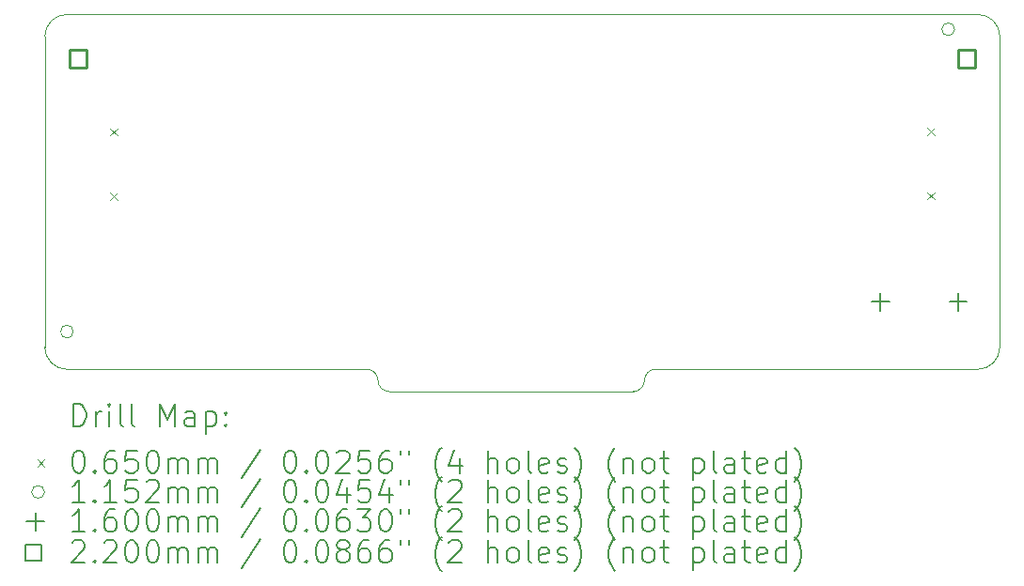
<source format=gbr>
%TF.GenerationSoftware,KiCad,Pcbnew,9.0.1-rc2*%
%TF.CreationDate,2025-11-09T15:09:06-08:00*%
%TF.ProjectId,bsl_drv_v1,62736c5f-6472-4765-9f76-312e6b696361,rev?*%
%TF.SameCoordinates,Original*%
%TF.FileFunction,Drillmap*%
%TF.FilePolarity,Positive*%
%FSLAX45Y45*%
G04 Gerber Fmt 4.5, Leading zero omitted, Abs format (unit mm)*
G04 Created by KiCad (PCBNEW 9.0.1-rc2) date 2025-11-09 15:09:06*
%MOMM*%
%LPD*%
G01*
G04 APERTURE LIST*
%ADD10C,0.050000*%
%ADD11C,0.200000*%
%ADD12C,0.100000*%
%ADD13C,0.115200*%
%ADD14C,0.160000*%
%ADD15C,0.220000*%
G04 APERTURE END LIST*
D10*
X12400000Y-8550000D02*
G75*
G02*
X12600000Y-8750000I0J-200000D01*
G01*
X6900000Y-11750000D02*
X4200000Y-11750000D01*
X12600000Y-8750000D02*
X12600000Y-11550000D01*
X9400000Y-11850000D02*
G75*
G02*
X9300000Y-11950000I-100000J0D01*
G01*
X6900000Y-11750000D02*
G75*
G02*
X7000000Y-11850000I0J-100000D01*
G01*
X4000000Y-11550000D02*
X4000000Y-8750000D01*
X9300000Y-11950000D02*
X7100000Y-11950000D01*
X7100000Y-11950000D02*
G75*
G02*
X7000000Y-11850000I0J100000D01*
G01*
X4200000Y-8550000D02*
X12400000Y-8550000D01*
X4200000Y-11750000D02*
G75*
G02*
X4000000Y-11550000I0J200000D01*
G01*
X12400000Y-11750000D02*
X9500000Y-11750000D01*
X4000000Y-8750000D02*
G75*
G02*
X4200000Y-8550000I200000J0D01*
G01*
X12600000Y-11550000D02*
G75*
G02*
X12400000Y-11750000I-200000J0D01*
G01*
X9400000Y-11850000D02*
G75*
G02*
X9500000Y-11750000I100000J0D01*
G01*
D11*
D12*
X4587500Y-9578500D02*
X4652500Y-9643500D01*
X4652500Y-9578500D02*
X4587500Y-9643500D01*
X4587500Y-10156500D02*
X4652500Y-10221500D01*
X4652500Y-10156500D02*
X4587500Y-10221500D01*
X11944900Y-9574748D02*
X12009900Y-9639748D01*
X12009900Y-9574748D02*
X11944900Y-9639748D01*
X11944900Y-10152748D02*
X12009900Y-10217748D01*
X12009900Y-10152748D02*
X11944900Y-10217748D01*
D13*
X4257600Y-11410000D02*
G75*
G02*
X4142400Y-11410000I-57600J0D01*
G01*
X4142400Y-11410000D02*
G75*
G02*
X4257600Y-11410000I57600J0D01*
G01*
X12192600Y-8685000D02*
G75*
G02*
X12077400Y-8685000I-57600J0D01*
G01*
X12077400Y-8685000D02*
G75*
G02*
X12192600Y-8685000I57600J0D01*
G01*
D14*
X11525000Y-11060000D02*
X11525000Y-11220000D01*
X11445000Y-11140000D02*
X11605000Y-11140000D01*
X12225000Y-11060000D02*
X12225000Y-11220000D01*
X12145000Y-11140000D02*
X12305000Y-11140000D01*
D15*
X4377783Y-9027783D02*
X4377783Y-8872218D01*
X4222218Y-8872218D01*
X4222218Y-9027783D01*
X4377783Y-9027783D01*
X12377782Y-9027783D02*
X12377782Y-8872218D01*
X12222217Y-8872218D01*
X12222217Y-9027783D01*
X12377782Y-9027783D01*
D11*
X4258277Y-12263984D02*
X4258277Y-12063984D01*
X4258277Y-12063984D02*
X4305896Y-12063984D01*
X4305896Y-12063984D02*
X4334467Y-12073508D01*
X4334467Y-12073508D02*
X4353515Y-12092555D01*
X4353515Y-12092555D02*
X4363039Y-12111603D01*
X4363039Y-12111603D02*
X4372562Y-12149698D01*
X4372562Y-12149698D02*
X4372562Y-12178270D01*
X4372562Y-12178270D02*
X4363039Y-12216365D01*
X4363039Y-12216365D02*
X4353515Y-12235412D01*
X4353515Y-12235412D02*
X4334467Y-12254460D01*
X4334467Y-12254460D02*
X4305896Y-12263984D01*
X4305896Y-12263984D02*
X4258277Y-12263984D01*
X4458277Y-12263984D02*
X4458277Y-12130650D01*
X4458277Y-12168746D02*
X4467801Y-12149698D01*
X4467801Y-12149698D02*
X4477324Y-12140174D01*
X4477324Y-12140174D02*
X4496372Y-12130650D01*
X4496372Y-12130650D02*
X4515420Y-12130650D01*
X4582086Y-12263984D02*
X4582086Y-12130650D01*
X4582086Y-12063984D02*
X4572562Y-12073508D01*
X4572562Y-12073508D02*
X4582086Y-12083031D01*
X4582086Y-12083031D02*
X4591610Y-12073508D01*
X4591610Y-12073508D02*
X4582086Y-12063984D01*
X4582086Y-12063984D02*
X4582086Y-12083031D01*
X4705896Y-12263984D02*
X4686848Y-12254460D01*
X4686848Y-12254460D02*
X4677324Y-12235412D01*
X4677324Y-12235412D02*
X4677324Y-12063984D01*
X4810658Y-12263984D02*
X4791610Y-12254460D01*
X4791610Y-12254460D02*
X4782086Y-12235412D01*
X4782086Y-12235412D02*
X4782086Y-12063984D01*
X5039229Y-12263984D02*
X5039229Y-12063984D01*
X5039229Y-12063984D02*
X5105896Y-12206841D01*
X5105896Y-12206841D02*
X5172562Y-12063984D01*
X5172562Y-12063984D02*
X5172562Y-12263984D01*
X5353515Y-12263984D02*
X5353515Y-12159222D01*
X5353515Y-12159222D02*
X5343991Y-12140174D01*
X5343991Y-12140174D02*
X5324943Y-12130650D01*
X5324943Y-12130650D02*
X5286848Y-12130650D01*
X5286848Y-12130650D02*
X5267801Y-12140174D01*
X5353515Y-12254460D02*
X5334467Y-12263984D01*
X5334467Y-12263984D02*
X5286848Y-12263984D01*
X5286848Y-12263984D02*
X5267801Y-12254460D01*
X5267801Y-12254460D02*
X5258277Y-12235412D01*
X5258277Y-12235412D02*
X5258277Y-12216365D01*
X5258277Y-12216365D02*
X5267801Y-12197317D01*
X5267801Y-12197317D02*
X5286848Y-12187793D01*
X5286848Y-12187793D02*
X5334467Y-12187793D01*
X5334467Y-12187793D02*
X5353515Y-12178270D01*
X5448753Y-12130650D02*
X5448753Y-12330650D01*
X5448753Y-12140174D02*
X5467801Y-12130650D01*
X5467801Y-12130650D02*
X5505896Y-12130650D01*
X5505896Y-12130650D02*
X5524943Y-12140174D01*
X5524943Y-12140174D02*
X5534467Y-12149698D01*
X5534467Y-12149698D02*
X5543991Y-12168746D01*
X5543991Y-12168746D02*
X5543991Y-12225889D01*
X5543991Y-12225889D02*
X5534467Y-12244936D01*
X5534467Y-12244936D02*
X5524943Y-12254460D01*
X5524943Y-12254460D02*
X5505896Y-12263984D01*
X5505896Y-12263984D02*
X5467801Y-12263984D01*
X5467801Y-12263984D02*
X5448753Y-12254460D01*
X5629705Y-12244936D02*
X5639229Y-12254460D01*
X5639229Y-12254460D02*
X5629705Y-12263984D01*
X5629705Y-12263984D02*
X5620181Y-12254460D01*
X5620181Y-12254460D02*
X5629705Y-12244936D01*
X5629705Y-12244936D02*
X5629705Y-12263984D01*
X5629705Y-12140174D02*
X5639229Y-12149698D01*
X5639229Y-12149698D02*
X5629705Y-12159222D01*
X5629705Y-12159222D02*
X5620181Y-12149698D01*
X5620181Y-12149698D02*
X5629705Y-12140174D01*
X5629705Y-12140174D02*
X5629705Y-12159222D01*
D12*
X3932500Y-12560000D02*
X3997500Y-12625000D01*
X3997500Y-12560000D02*
X3932500Y-12625000D01*
D11*
X4296372Y-12483984D02*
X4315420Y-12483984D01*
X4315420Y-12483984D02*
X4334467Y-12493508D01*
X4334467Y-12493508D02*
X4343991Y-12503031D01*
X4343991Y-12503031D02*
X4353515Y-12522079D01*
X4353515Y-12522079D02*
X4363039Y-12560174D01*
X4363039Y-12560174D02*
X4363039Y-12607793D01*
X4363039Y-12607793D02*
X4353515Y-12645889D01*
X4353515Y-12645889D02*
X4343991Y-12664936D01*
X4343991Y-12664936D02*
X4334467Y-12674460D01*
X4334467Y-12674460D02*
X4315420Y-12683984D01*
X4315420Y-12683984D02*
X4296372Y-12683984D01*
X4296372Y-12683984D02*
X4277324Y-12674460D01*
X4277324Y-12674460D02*
X4267801Y-12664936D01*
X4267801Y-12664936D02*
X4258277Y-12645889D01*
X4258277Y-12645889D02*
X4248753Y-12607793D01*
X4248753Y-12607793D02*
X4248753Y-12560174D01*
X4248753Y-12560174D02*
X4258277Y-12522079D01*
X4258277Y-12522079D02*
X4267801Y-12503031D01*
X4267801Y-12503031D02*
X4277324Y-12493508D01*
X4277324Y-12493508D02*
X4296372Y-12483984D01*
X4448753Y-12664936D02*
X4458277Y-12674460D01*
X4458277Y-12674460D02*
X4448753Y-12683984D01*
X4448753Y-12683984D02*
X4439229Y-12674460D01*
X4439229Y-12674460D02*
X4448753Y-12664936D01*
X4448753Y-12664936D02*
X4448753Y-12683984D01*
X4629705Y-12483984D02*
X4591610Y-12483984D01*
X4591610Y-12483984D02*
X4572562Y-12493508D01*
X4572562Y-12493508D02*
X4563039Y-12503031D01*
X4563039Y-12503031D02*
X4543991Y-12531603D01*
X4543991Y-12531603D02*
X4534467Y-12569698D01*
X4534467Y-12569698D02*
X4534467Y-12645889D01*
X4534467Y-12645889D02*
X4543991Y-12664936D01*
X4543991Y-12664936D02*
X4553515Y-12674460D01*
X4553515Y-12674460D02*
X4572562Y-12683984D01*
X4572562Y-12683984D02*
X4610658Y-12683984D01*
X4610658Y-12683984D02*
X4629705Y-12674460D01*
X4629705Y-12674460D02*
X4639229Y-12664936D01*
X4639229Y-12664936D02*
X4648753Y-12645889D01*
X4648753Y-12645889D02*
X4648753Y-12598270D01*
X4648753Y-12598270D02*
X4639229Y-12579222D01*
X4639229Y-12579222D02*
X4629705Y-12569698D01*
X4629705Y-12569698D02*
X4610658Y-12560174D01*
X4610658Y-12560174D02*
X4572562Y-12560174D01*
X4572562Y-12560174D02*
X4553515Y-12569698D01*
X4553515Y-12569698D02*
X4543991Y-12579222D01*
X4543991Y-12579222D02*
X4534467Y-12598270D01*
X4829705Y-12483984D02*
X4734467Y-12483984D01*
X4734467Y-12483984D02*
X4724943Y-12579222D01*
X4724943Y-12579222D02*
X4734467Y-12569698D01*
X4734467Y-12569698D02*
X4753515Y-12560174D01*
X4753515Y-12560174D02*
X4801134Y-12560174D01*
X4801134Y-12560174D02*
X4820182Y-12569698D01*
X4820182Y-12569698D02*
X4829705Y-12579222D01*
X4829705Y-12579222D02*
X4839229Y-12598270D01*
X4839229Y-12598270D02*
X4839229Y-12645889D01*
X4839229Y-12645889D02*
X4829705Y-12664936D01*
X4829705Y-12664936D02*
X4820182Y-12674460D01*
X4820182Y-12674460D02*
X4801134Y-12683984D01*
X4801134Y-12683984D02*
X4753515Y-12683984D01*
X4753515Y-12683984D02*
X4734467Y-12674460D01*
X4734467Y-12674460D02*
X4724943Y-12664936D01*
X4963039Y-12483984D02*
X4982086Y-12483984D01*
X4982086Y-12483984D02*
X5001134Y-12493508D01*
X5001134Y-12493508D02*
X5010658Y-12503031D01*
X5010658Y-12503031D02*
X5020182Y-12522079D01*
X5020182Y-12522079D02*
X5029705Y-12560174D01*
X5029705Y-12560174D02*
X5029705Y-12607793D01*
X5029705Y-12607793D02*
X5020182Y-12645889D01*
X5020182Y-12645889D02*
X5010658Y-12664936D01*
X5010658Y-12664936D02*
X5001134Y-12674460D01*
X5001134Y-12674460D02*
X4982086Y-12683984D01*
X4982086Y-12683984D02*
X4963039Y-12683984D01*
X4963039Y-12683984D02*
X4943991Y-12674460D01*
X4943991Y-12674460D02*
X4934467Y-12664936D01*
X4934467Y-12664936D02*
X4924943Y-12645889D01*
X4924943Y-12645889D02*
X4915420Y-12607793D01*
X4915420Y-12607793D02*
X4915420Y-12560174D01*
X4915420Y-12560174D02*
X4924943Y-12522079D01*
X4924943Y-12522079D02*
X4934467Y-12503031D01*
X4934467Y-12503031D02*
X4943991Y-12493508D01*
X4943991Y-12493508D02*
X4963039Y-12483984D01*
X5115420Y-12683984D02*
X5115420Y-12550650D01*
X5115420Y-12569698D02*
X5124943Y-12560174D01*
X5124943Y-12560174D02*
X5143991Y-12550650D01*
X5143991Y-12550650D02*
X5172563Y-12550650D01*
X5172563Y-12550650D02*
X5191610Y-12560174D01*
X5191610Y-12560174D02*
X5201134Y-12579222D01*
X5201134Y-12579222D02*
X5201134Y-12683984D01*
X5201134Y-12579222D02*
X5210658Y-12560174D01*
X5210658Y-12560174D02*
X5229705Y-12550650D01*
X5229705Y-12550650D02*
X5258277Y-12550650D01*
X5258277Y-12550650D02*
X5277324Y-12560174D01*
X5277324Y-12560174D02*
X5286848Y-12579222D01*
X5286848Y-12579222D02*
X5286848Y-12683984D01*
X5382086Y-12683984D02*
X5382086Y-12550650D01*
X5382086Y-12569698D02*
X5391610Y-12560174D01*
X5391610Y-12560174D02*
X5410658Y-12550650D01*
X5410658Y-12550650D02*
X5439229Y-12550650D01*
X5439229Y-12550650D02*
X5458277Y-12560174D01*
X5458277Y-12560174D02*
X5467801Y-12579222D01*
X5467801Y-12579222D02*
X5467801Y-12683984D01*
X5467801Y-12579222D02*
X5477324Y-12560174D01*
X5477324Y-12560174D02*
X5496372Y-12550650D01*
X5496372Y-12550650D02*
X5524943Y-12550650D01*
X5524943Y-12550650D02*
X5543991Y-12560174D01*
X5543991Y-12560174D02*
X5553515Y-12579222D01*
X5553515Y-12579222D02*
X5553515Y-12683984D01*
X5943991Y-12474460D02*
X5772563Y-12731603D01*
X6201134Y-12483984D02*
X6220182Y-12483984D01*
X6220182Y-12483984D02*
X6239229Y-12493508D01*
X6239229Y-12493508D02*
X6248753Y-12503031D01*
X6248753Y-12503031D02*
X6258277Y-12522079D01*
X6258277Y-12522079D02*
X6267801Y-12560174D01*
X6267801Y-12560174D02*
X6267801Y-12607793D01*
X6267801Y-12607793D02*
X6258277Y-12645889D01*
X6258277Y-12645889D02*
X6248753Y-12664936D01*
X6248753Y-12664936D02*
X6239229Y-12674460D01*
X6239229Y-12674460D02*
X6220182Y-12683984D01*
X6220182Y-12683984D02*
X6201134Y-12683984D01*
X6201134Y-12683984D02*
X6182086Y-12674460D01*
X6182086Y-12674460D02*
X6172563Y-12664936D01*
X6172563Y-12664936D02*
X6163039Y-12645889D01*
X6163039Y-12645889D02*
X6153515Y-12607793D01*
X6153515Y-12607793D02*
X6153515Y-12560174D01*
X6153515Y-12560174D02*
X6163039Y-12522079D01*
X6163039Y-12522079D02*
X6172563Y-12503031D01*
X6172563Y-12503031D02*
X6182086Y-12493508D01*
X6182086Y-12493508D02*
X6201134Y-12483984D01*
X6353515Y-12664936D02*
X6363039Y-12674460D01*
X6363039Y-12674460D02*
X6353515Y-12683984D01*
X6353515Y-12683984D02*
X6343991Y-12674460D01*
X6343991Y-12674460D02*
X6353515Y-12664936D01*
X6353515Y-12664936D02*
X6353515Y-12683984D01*
X6486848Y-12483984D02*
X6505896Y-12483984D01*
X6505896Y-12483984D02*
X6524944Y-12493508D01*
X6524944Y-12493508D02*
X6534467Y-12503031D01*
X6534467Y-12503031D02*
X6543991Y-12522079D01*
X6543991Y-12522079D02*
X6553515Y-12560174D01*
X6553515Y-12560174D02*
X6553515Y-12607793D01*
X6553515Y-12607793D02*
X6543991Y-12645889D01*
X6543991Y-12645889D02*
X6534467Y-12664936D01*
X6534467Y-12664936D02*
X6524944Y-12674460D01*
X6524944Y-12674460D02*
X6505896Y-12683984D01*
X6505896Y-12683984D02*
X6486848Y-12683984D01*
X6486848Y-12683984D02*
X6467801Y-12674460D01*
X6467801Y-12674460D02*
X6458277Y-12664936D01*
X6458277Y-12664936D02*
X6448753Y-12645889D01*
X6448753Y-12645889D02*
X6439229Y-12607793D01*
X6439229Y-12607793D02*
X6439229Y-12560174D01*
X6439229Y-12560174D02*
X6448753Y-12522079D01*
X6448753Y-12522079D02*
X6458277Y-12503031D01*
X6458277Y-12503031D02*
X6467801Y-12493508D01*
X6467801Y-12493508D02*
X6486848Y-12483984D01*
X6629705Y-12503031D02*
X6639229Y-12493508D01*
X6639229Y-12493508D02*
X6658277Y-12483984D01*
X6658277Y-12483984D02*
X6705896Y-12483984D01*
X6705896Y-12483984D02*
X6724944Y-12493508D01*
X6724944Y-12493508D02*
X6734467Y-12503031D01*
X6734467Y-12503031D02*
X6743991Y-12522079D01*
X6743991Y-12522079D02*
X6743991Y-12541127D01*
X6743991Y-12541127D02*
X6734467Y-12569698D01*
X6734467Y-12569698D02*
X6620182Y-12683984D01*
X6620182Y-12683984D02*
X6743991Y-12683984D01*
X6924944Y-12483984D02*
X6829705Y-12483984D01*
X6829705Y-12483984D02*
X6820182Y-12579222D01*
X6820182Y-12579222D02*
X6829705Y-12569698D01*
X6829705Y-12569698D02*
X6848753Y-12560174D01*
X6848753Y-12560174D02*
X6896372Y-12560174D01*
X6896372Y-12560174D02*
X6915420Y-12569698D01*
X6915420Y-12569698D02*
X6924944Y-12579222D01*
X6924944Y-12579222D02*
X6934467Y-12598270D01*
X6934467Y-12598270D02*
X6934467Y-12645889D01*
X6934467Y-12645889D02*
X6924944Y-12664936D01*
X6924944Y-12664936D02*
X6915420Y-12674460D01*
X6915420Y-12674460D02*
X6896372Y-12683984D01*
X6896372Y-12683984D02*
X6848753Y-12683984D01*
X6848753Y-12683984D02*
X6829705Y-12674460D01*
X6829705Y-12674460D02*
X6820182Y-12664936D01*
X7105896Y-12483984D02*
X7067801Y-12483984D01*
X7067801Y-12483984D02*
X7048753Y-12493508D01*
X7048753Y-12493508D02*
X7039229Y-12503031D01*
X7039229Y-12503031D02*
X7020182Y-12531603D01*
X7020182Y-12531603D02*
X7010658Y-12569698D01*
X7010658Y-12569698D02*
X7010658Y-12645889D01*
X7010658Y-12645889D02*
X7020182Y-12664936D01*
X7020182Y-12664936D02*
X7029705Y-12674460D01*
X7029705Y-12674460D02*
X7048753Y-12683984D01*
X7048753Y-12683984D02*
X7086848Y-12683984D01*
X7086848Y-12683984D02*
X7105896Y-12674460D01*
X7105896Y-12674460D02*
X7115420Y-12664936D01*
X7115420Y-12664936D02*
X7124944Y-12645889D01*
X7124944Y-12645889D02*
X7124944Y-12598270D01*
X7124944Y-12598270D02*
X7115420Y-12579222D01*
X7115420Y-12579222D02*
X7105896Y-12569698D01*
X7105896Y-12569698D02*
X7086848Y-12560174D01*
X7086848Y-12560174D02*
X7048753Y-12560174D01*
X7048753Y-12560174D02*
X7029705Y-12569698D01*
X7029705Y-12569698D02*
X7020182Y-12579222D01*
X7020182Y-12579222D02*
X7010658Y-12598270D01*
X7201134Y-12483984D02*
X7201134Y-12522079D01*
X7277325Y-12483984D02*
X7277325Y-12522079D01*
X7572563Y-12760174D02*
X7563039Y-12750650D01*
X7563039Y-12750650D02*
X7543991Y-12722079D01*
X7543991Y-12722079D02*
X7534467Y-12703031D01*
X7534467Y-12703031D02*
X7524944Y-12674460D01*
X7524944Y-12674460D02*
X7515420Y-12626841D01*
X7515420Y-12626841D02*
X7515420Y-12588746D01*
X7515420Y-12588746D02*
X7524944Y-12541127D01*
X7524944Y-12541127D02*
X7534467Y-12512555D01*
X7534467Y-12512555D02*
X7543991Y-12493508D01*
X7543991Y-12493508D02*
X7563039Y-12464936D01*
X7563039Y-12464936D02*
X7572563Y-12455412D01*
X7734467Y-12550650D02*
X7734467Y-12683984D01*
X7686848Y-12474460D02*
X7639229Y-12617317D01*
X7639229Y-12617317D02*
X7763039Y-12617317D01*
X7991610Y-12683984D02*
X7991610Y-12483984D01*
X8077325Y-12683984D02*
X8077325Y-12579222D01*
X8077325Y-12579222D02*
X8067801Y-12560174D01*
X8067801Y-12560174D02*
X8048753Y-12550650D01*
X8048753Y-12550650D02*
X8020182Y-12550650D01*
X8020182Y-12550650D02*
X8001134Y-12560174D01*
X8001134Y-12560174D02*
X7991610Y-12569698D01*
X8201134Y-12683984D02*
X8182087Y-12674460D01*
X8182087Y-12674460D02*
X8172563Y-12664936D01*
X8172563Y-12664936D02*
X8163039Y-12645889D01*
X8163039Y-12645889D02*
X8163039Y-12588746D01*
X8163039Y-12588746D02*
X8172563Y-12569698D01*
X8172563Y-12569698D02*
X8182087Y-12560174D01*
X8182087Y-12560174D02*
X8201134Y-12550650D01*
X8201134Y-12550650D02*
X8229706Y-12550650D01*
X8229706Y-12550650D02*
X8248753Y-12560174D01*
X8248753Y-12560174D02*
X8258277Y-12569698D01*
X8258277Y-12569698D02*
X8267801Y-12588746D01*
X8267801Y-12588746D02*
X8267801Y-12645889D01*
X8267801Y-12645889D02*
X8258277Y-12664936D01*
X8258277Y-12664936D02*
X8248753Y-12674460D01*
X8248753Y-12674460D02*
X8229706Y-12683984D01*
X8229706Y-12683984D02*
X8201134Y-12683984D01*
X8382087Y-12683984D02*
X8363039Y-12674460D01*
X8363039Y-12674460D02*
X8353515Y-12655412D01*
X8353515Y-12655412D02*
X8353515Y-12483984D01*
X8534468Y-12674460D02*
X8515420Y-12683984D01*
X8515420Y-12683984D02*
X8477325Y-12683984D01*
X8477325Y-12683984D02*
X8458277Y-12674460D01*
X8458277Y-12674460D02*
X8448753Y-12655412D01*
X8448753Y-12655412D02*
X8448753Y-12579222D01*
X8448753Y-12579222D02*
X8458277Y-12560174D01*
X8458277Y-12560174D02*
X8477325Y-12550650D01*
X8477325Y-12550650D02*
X8515420Y-12550650D01*
X8515420Y-12550650D02*
X8534468Y-12560174D01*
X8534468Y-12560174D02*
X8543991Y-12579222D01*
X8543991Y-12579222D02*
X8543991Y-12598270D01*
X8543991Y-12598270D02*
X8448753Y-12617317D01*
X8620182Y-12674460D02*
X8639230Y-12683984D01*
X8639230Y-12683984D02*
X8677325Y-12683984D01*
X8677325Y-12683984D02*
X8696372Y-12674460D01*
X8696372Y-12674460D02*
X8705896Y-12655412D01*
X8705896Y-12655412D02*
X8705896Y-12645889D01*
X8705896Y-12645889D02*
X8696372Y-12626841D01*
X8696372Y-12626841D02*
X8677325Y-12617317D01*
X8677325Y-12617317D02*
X8648753Y-12617317D01*
X8648753Y-12617317D02*
X8629706Y-12607793D01*
X8629706Y-12607793D02*
X8620182Y-12588746D01*
X8620182Y-12588746D02*
X8620182Y-12579222D01*
X8620182Y-12579222D02*
X8629706Y-12560174D01*
X8629706Y-12560174D02*
X8648753Y-12550650D01*
X8648753Y-12550650D02*
X8677325Y-12550650D01*
X8677325Y-12550650D02*
X8696372Y-12560174D01*
X8772563Y-12760174D02*
X8782087Y-12750650D01*
X8782087Y-12750650D02*
X8801134Y-12722079D01*
X8801134Y-12722079D02*
X8810658Y-12703031D01*
X8810658Y-12703031D02*
X8820182Y-12674460D01*
X8820182Y-12674460D02*
X8829706Y-12626841D01*
X8829706Y-12626841D02*
X8829706Y-12588746D01*
X8829706Y-12588746D02*
X8820182Y-12541127D01*
X8820182Y-12541127D02*
X8810658Y-12512555D01*
X8810658Y-12512555D02*
X8801134Y-12493508D01*
X8801134Y-12493508D02*
X8782087Y-12464936D01*
X8782087Y-12464936D02*
X8772563Y-12455412D01*
X9134468Y-12760174D02*
X9124944Y-12750650D01*
X9124944Y-12750650D02*
X9105896Y-12722079D01*
X9105896Y-12722079D02*
X9096372Y-12703031D01*
X9096372Y-12703031D02*
X9086849Y-12674460D01*
X9086849Y-12674460D02*
X9077325Y-12626841D01*
X9077325Y-12626841D02*
X9077325Y-12588746D01*
X9077325Y-12588746D02*
X9086849Y-12541127D01*
X9086849Y-12541127D02*
X9096372Y-12512555D01*
X9096372Y-12512555D02*
X9105896Y-12493508D01*
X9105896Y-12493508D02*
X9124944Y-12464936D01*
X9124944Y-12464936D02*
X9134468Y-12455412D01*
X9210658Y-12550650D02*
X9210658Y-12683984D01*
X9210658Y-12569698D02*
X9220182Y-12560174D01*
X9220182Y-12560174D02*
X9239230Y-12550650D01*
X9239230Y-12550650D02*
X9267801Y-12550650D01*
X9267801Y-12550650D02*
X9286849Y-12560174D01*
X9286849Y-12560174D02*
X9296372Y-12579222D01*
X9296372Y-12579222D02*
X9296372Y-12683984D01*
X9420182Y-12683984D02*
X9401134Y-12674460D01*
X9401134Y-12674460D02*
X9391611Y-12664936D01*
X9391611Y-12664936D02*
X9382087Y-12645889D01*
X9382087Y-12645889D02*
X9382087Y-12588746D01*
X9382087Y-12588746D02*
X9391611Y-12569698D01*
X9391611Y-12569698D02*
X9401134Y-12560174D01*
X9401134Y-12560174D02*
X9420182Y-12550650D01*
X9420182Y-12550650D02*
X9448753Y-12550650D01*
X9448753Y-12550650D02*
X9467801Y-12560174D01*
X9467801Y-12560174D02*
X9477325Y-12569698D01*
X9477325Y-12569698D02*
X9486849Y-12588746D01*
X9486849Y-12588746D02*
X9486849Y-12645889D01*
X9486849Y-12645889D02*
X9477325Y-12664936D01*
X9477325Y-12664936D02*
X9467801Y-12674460D01*
X9467801Y-12674460D02*
X9448753Y-12683984D01*
X9448753Y-12683984D02*
X9420182Y-12683984D01*
X9543992Y-12550650D02*
X9620182Y-12550650D01*
X9572563Y-12483984D02*
X9572563Y-12655412D01*
X9572563Y-12655412D02*
X9582087Y-12674460D01*
X9582087Y-12674460D02*
X9601134Y-12683984D01*
X9601134Y-12683984D02*
X9620182Y-12683984D01*
X9839230Y-12550650D02*
X9839230Y-12750650D01*
X9839230Y-12560174D02*
X9858277Y-12550650D01*
X9858277Y-12550650D02*
X9896373Y-12550650D01*
X9896373Y-12550650D02*
X9915420Y-12560174D01*
X9915420Y-12560174D02*
X9924944Y-12569698D01*
X9924944Y-12569698D02*
X9934468Y-12588746D01*
X9934468Y-12588746D02*
X9934468Y-12645889D01*
X9934468Y-12645889D02*
X9924944Y-12664936D01*
X9924944Y-12664936D02*
X9915420Y-12674460D01*
X9915420Y-12674460D02*
X9896373Y-12683984D01*
X9896373Y-12683984D02*
X9858277Y-12683984D01*
X9858277Y-12683984D02*
X9839230Y-12674460D01*
X10048753Y-12683984D02*
X10029706Y-12674460D01*
X10029706Y-12674460D02*
X10020182Y-12655412D01*
X10020182Y-12655412D02*
X10020182Y-12483984D01*
X10210658Y-12683984D02*
X10210658Y-12579222D01*
X10210658Y-12579222D02*
X10201134Y-12560174D01*
X10201134Y-12560174D02*
X10182087Y-12550650D01*
X10182087Y-12550650D02*
X10143992Y-12550650D01*
X10143992Y-12550650D02*
X10124944Y-12560174D01*
X10210658Y-12674460D02*
X10191611Y-12683984D01*
X10191611Y-12683984D02*
X10143992Y-12683984D01*
X10143992Y-12683984D02*
X10124944Y-12674460D01*
X10124944Y-12674460D02*
X10115420Y-12655412D01*
X10115420Y-12655412D02*
X10115420Y-12636365D01*
X10115420Y-12636365D02*
X10124944Y-12617317D01*
X10124944Y-12617317D02*
X10143992Y-12607793D01*
X10143992Y-12607793D02*
X10191611Y-12607793D01*
X10191611Y-12607793D02*
X10210658Y-12598270D01*
X10277325Y-12550650D02*
X10353515Y-12550650D01*
X10305896Y-12483984D02*
X10305896Y-12655412D01*
X10305896Y-12655412D02*
X10315420Y-12674460D01*
X10315420Y-12674460D02*
X10334468Y-12683984D01*
X10334468Y-12683984D02*
X10353515Y-12683984D01*
X10496373Y-12674460D02*
X10477325Y-12683984D01*
X10477325Y-12683984D02*
X10439230Y-12683984D01*
X10439230Y-12683984D02*
X10420182Y-12674460D01*
X10420182Y-12674460D02*
X10410658Y-12655412D01*
X10410658Y-12655412D02*
X10410658Y-12579222D01*
X10410658Y-12579222D02*
X10420182Y-12560174D01*
X10420182Y-12560174D02*
X10439230Y-12550650D01*
X10439230Y-12550650D02*
X10477325Y-12550650D01*
X10477325Y-12550650D02*
X10496373Y-12560174D01*
X10496373Y-12560174D02*
X10505896Y-12579222D01*
X10505896Y-12579222D02*
X10505896Y-12598270D01*
X10505896Y-12598270D02*
X10410658Y-12617317D01*
X10677325Y-12683984D02*
X10677325Y-12483984D01*
X10677325Y-12674460D02*
X10658277Y-12683984D01*
X10658277Y-12683984D02*
X10620182Y-12683984D01*
X10620182Y-12683984D02*
X10601134Y-12674460D01*
X10601134Y-12674460D02*
X10591611Y-12664936D01*
X10591611Y-12664936D02*
X10582087Y-12645889D01*
X10582087Y-12645889D02*
X10582087Y-12588746D01*
X10582087Y-12588746D02*
X10591611Y-12569698D01*
X10591611Y-12569698D02*
X10601134Y-12560174D01*
X10601134Y-12560174D02*
X10620182Y-12550650D01*
X10620182Y-12550650D02*
X10658277Y-12550650D01*
X10658277Y-12550650D02*
X10677325Y-12560174D01*
X10753515Y-12760174D02*
X10763039Y-12750650D01*
X10763039Y-12750650D02*
X10782087Y-12722079D01*
X10782087Y-12722079D02*
X10791611Y-12703031D01*
X10791611Y-12703031D02*
X10801134Y-12674460D01*
X10801134Y-12674460D02*
X10810658Y-12626841D01*
X10810658Y-12626841D02*
X10810658Y-12588746D01*
X10810658Y-12588746D02*
X10801134Y-12541127D01*
X10801134Y-12541127D02*
X10791611Y-12512555D01*
X10791611Y-12512555D02*
X10782087Y-12493508D01*
X10782087Y-12493508D02*
X10763039Y-12464936D01*
X10763039Y-12464936D02*
X10753515Y-12455412D01*
D13*
X3997500Y-12856500D02*
G75*
G02*
X3882300Y-12856500I-57600J0D01*
G01*
X3882300Y-12856500D02*
G75*
G02*
X3997500Y-12856500I57600J0D01*
G01*
D11*
X4363039Y-12947984D02*
X4248753Y-12947984D01*
X4305896Y-12947984D02*
X4305896Y-12747984D01*
X4305896Y-12747984D02*
X4286848Y-12776555D01*
X4286848Y-12776555D02*
X4267801Y-12795603D01*
X4267801Y-12795603D02*
X4248753Y-12805127D01*
X4448753Y-12928936D02*
X4458277Y-12938460D01*
X4458277Y-12938460D02*
X4448753Y-12947984D01*
X4448753Y-12947984D02*
X4439229Y-12938460D01*
X4439229Y-12938460D02*
X4448753Y-12928936D01*
X4448753Y-12928936D02*
X4448753Y-12947984D01*
X4648753Y-12947984D02*
X4534467Y-12947984D01*
X4591610Y-12947984D02*
X4591610Y-12747984D01*
X4591610Y-12747984D02*
X4572562Y-12776555D01*
X4572562Y-12776555D02*
X4553515Y-12795603D01*
X4553515Y-12795603D02*
X4534467Y-12805127D01*
X4829705Y-12747984D02*
X4734467Y-12747984D01*
X4734467Y-12747984D02*
X4724943Y-12843222D01*
X4724943Y-12843222D02*
X4734467Y-12833698D01*
X4734467Y-12833698D02*
X4753515Y-12824174D01*
X4753515Y-12824174D02*
X4801134Y-12824174D01*
X4801134Y-12824174D02*
X4820182Y-12833698D01*
X4820182Y-12833698D02*
X4829705Y-12843222D01*
X4829705Y-12843222D02*
X4839229Y-12862270D01*
X4839229Y-12862270D02*
X4839229Y-12909889D01*
X4839229Y-12909889D02*
X4829705Y-12928936D01*
X4829705Y-12928936D02*
X4820182Y-12938460D01*
X4820182Y-12938460D02*
X4801134Y-12947984D01*
X4801134Y-12947984D02*
X4753515Y-12947984D01*
X4753515Y-12947984D02*
X4734467Y-12938460D01*
X4734467Y-12938460D02*
X4724943Y-12928936D01*
X4915420Y-12767031D02*
X4924943Y-12757508D01*
X4924943Y-12757508D02*
X4943991Y-12747984D01*
X4943991Y-12747984D02*
X4991610Y-12747984D01*
X4991610Y-12747984D02*
X5010658Y-12757508D01*
X5010658Y-12757508D02*
X5020182Y-12767031D01*
X5020182Y-12767031D02*
X5029705Y-12786079D01*
X5029705Y-12786079D02*
X5029705Y-12805127D01*
X5029705Y-12805127D02*
X5020182Y-12833698D01*
X5020182Y-12833698D02*
X4905896Y-12947984D01*
X4905896Y-12947984D02*
X5029705Y-12947984D01*
X5115420Y-12947984D02*
X5115420Y-12814650D01*
X5115420Y-12833698D02*
X5124943Y-12824174D01*
X5124943Y-12824174D02*
X5143991Y-12814650D01*
X5143991Y-12814650D02*
X5172563Y-12814650D01*
X5172563Y-12814650D02*
X5191610Y-12824174D01*
X5191610Y-12824174D02*
X5201134Y-12843222D01*
X5201134Y-12843222D02*
X5201134Y-12947984D01*
X5201134Y-12843222D02*
X5210658Y-12824174D01*
X5210658Y-12824174D02*
X5229705Y-12814650D01*
X5229705Y-12814650D02*
X5258277Y-12814650D01*
X5258277Y-12814650D02*
X5277324Y-12824174D01*
X5277324Y-12824174D02*
X5286848Y-12843222D01*
X5286848Y-12843222D02*
X5286848Y-12947984D01*
X5382086Y-12947984D02*
X5382086Y-12814650D01*
X5382086Y-12833698D02*
X5391610Y-12824174D01*
X5391610Y-12824174D02*
X5410658Y-12814650D01*
X5410658Y-12814650D02*
X5439229Y-12814650D01*
X5439229Y-12814650D02*
X5458277Y-12824174D01*
X5458277Y-12824174D02*
X5467801Y-12843222D01*
X5467801Y-12843222D02*
X5467801Y-12947984D01*
X5467801Y-12843222D02*
X5477324Y-12824174D01*
X5477324Y-12824174D02*
X5496372Y-12814650D01*
X5496372Y-12814650D02*
X5524943Y-12814650D01*
X5524943Y-12814650D02*
X5543991Y-12824174D01*
X5543991Y-12824174D02*
X5553515Y-12843222D01*
X5553515Y-12843222D02*
X5553515Y-12947984D01*
X5943991Y-12738460D02*
X5772563Y-12995603D01*
X6201134Y-12747984D02*
X6220182Y-12747984D01*
X6220182Y-12747984D02*
X6239229Y-12757508D01*
X6239229Y-12757508D02*
X6248753Y-12767031D01*
X6248753Y-12767031D02*
X6258277Y-12786079D01*
X6258277Y-12786079D02*
X6267801Y-12824174D01*
X6267801Y-12824174D02*
X6267801Y-12871793D01*
X6267801Y-12871793D02*
X6258277Y-12909889D01*
X6258277Y-12909889D02*
X6248753Y-12928936D01*
X6248753Y-12928936D02*
X6239229Y-12938460D01*
X6239229Y-12938460D02*
X6220182Y-12947984D01*
X6220182Y-12947984D02*
X6201134Y-12947984D01*
X6201134Y-12947984D02*
X6182086Y-12938460D01*
X6182086Y-12938460D02*
X6172563Y-12928936D01*
X6172563Y-12928936D02*
X6163039Y-12909889D01*
X6163039Y-12909889D02*
X6153515Y-12871793D01*
X6153515Y-12871793D02*
X6153515Y-12824174D01*
X6153515Y-12824174D02*
X6163039Y-12786079D01*
X6163039Y-12786079D02*
X6172563Y-12767031D01*
X6172563Y-12767031D02*
X6182086Y-12757508D01*
X6182086Y-12757508D02*
X6201134Y-12747984D01*
X6353515Y-12928936D02*
X6363039Y-12938460D01*
X6363039Y-12938460D02*
X6353515Y-12947984D01*
X6353515Y-12947984D02*
X6343991Y-12938460D01*
X6343991Y-12938460D02*
X6353515Y-12928936D01*
X6353515Y-12928936D02*
X6353515Y-12947984D01*
X6486848Y-12747984D02*
X6505896Y-12747984D01*
X6505896Y-12747984D02*
X6524944Y-12757508D01*
X6524944Y-12757508D02*
X6534467Y-12767031D01*
X6534467Y-12767031D02*
X6543991Y-12786079D01*
X6543991Y-12786079D02*
X6553515Y-12824174D01*
X6553515Y-12824174D02*
X6553515Y-12871793D01*
X6553515Y-12871793D02*
X6543991Y-12909889D01*
X6543991Y-12909889D02*
X6534467Y-12928936D01*
X6534467Y-12928936D02*
X6524944Y-12938460D01*
X6524944Y-12938460D02*
X6505896Y-12947984D01*
X6505896Y-12947984D02*
X6486848Y-12947984D01*
X6486848Y-12947984D02*
X6467801Y-12938460D01*
X6467801Y-12938460D02*
X6458277Y-12928936D01*
X6458277Y-12928936D02*
X6448753Y-12909889D01*
X6448753Y-12909889D02*
X6439229Y-12871793D01*
X6439229Y-12871793D02*
X6439229Y-12824174D01*
X6439229Y-12824174D02*
X6448753Y-12786079D01*
X6448753Y-12786079D02*
X6458277Y-12767031D01*
X6458277Y-12767031D02*
X6467801Y-12757508D01*
X6467801Y-12757508D02*
X6486848Y-12747984D01*
X6724944Y-12814650D02*
X6724944Y-12947984D01*
X6677324Y-12738460D02*
X6629705Y-12881317D01*
X6629705Y-12881317D02*
X6753515Y-12881317D01*
X6924944Y-12747984D02*
X6829705Y-12747984D01*
X6829705Y-12747984D02*
X6820182Y-12843222D01*
X6820182Y-12843222D02*
X6829705Y-12833698D01*
X6829705Y-12833698D02*
X6848753Y-12824174D01*
X6848753Y-12824174D02*
X6896372Y-12824174D01*
X6896372Y-12824174D02*
X6915420Y-12833698D01*
X6915420Y-12833698D02*
X6924944Y-12843222D01*
X6924944Y-12843222D02*
X6934467Y-12862270D01*
X6934467Y-12862270D02*
X6934467Y-12909889D01*
X6934467Y-12909889D02*
X6924944Y-12928936D01*
X6924944Y-12928936D02*
X6915420Y-12938460D01*
X6915420Y-12938460D02*
X6896372Y-12947984D01*
X6896372Y-12947984D02*
X6848753Y-12947984D01*
X6848753Y-12947984D02*
X6829705Y-12938460D01*
X6829705Y-12938460D02*
X6820182Y-12928936D01*
X7105896Y-12814650D02*
X7105896Y-12947984D01*
X7058277Y-12738460D02*
X7010658Y-12881317D01*
X7010658Y-12881317D02*
X7134467Y-12881317D01*
X7201134Y-12747984D02*
X7201134Y-12786079D01*
X7277325Y-12747984D02*
X7277325Y-12786079D01*
X7572563Y-13024174D02*
X7563039Y-13014650D01*
X7563039Y-13014650D02*
X7543991Y-12986079D01*
X7543991Y-12986079D02*
X7534467Y-12967031D01*
X7534467Y-12967031D02*
X7524944Y-12938460D01*
X7524944Y-12938460D02*
X7515420Y-12890841D01*
X7515420Y-12890841D02*
X7515420Y-12852746D01*
X7515420Y-12852746D02*
X7524944Y-12805127D01*
X7524944Y-12805127D02*
X7534467Y-12776555D01*
X7534467Y-12776555D02*
X7543991Y-12757508D01*
X7543991Y-12757508D02*
X7563039Y-12728936D01*
X7563039Y-12728936D02*
X7572563Y-12719412D01*
X7639229Y-12767031D02*
X7648753Y-12757508D01*
X7648753Y-12757508D02*
X7667801Y-12747984D01*
X7667801Y-12747984D02*
X7715420Y-12747984D01*
X7715420Y-12747984D02*
X7734467Y-12757508D01*
X7734467Y-12757508D02*
X7743991Y-12767031D01*
X7743991Y-12767031D02*
X7753515Y-12786079D01*
X7753515Y-12786079D02*
X7753515Y-12805127D01*
X7753515Y-12805127D02*
X7743991Y-12833698D01*
X7743991Y-12833698D02*
X7629706Y-12947984D01*
X7629706Y-12947984D02*
X7753515Y-12947984D01*
X7991610Y-12947984D02*
X7991610Y-12747984D01*
X8077325Y-12947984D02*
X8077325Y-12843222D01*
X8077325Y-12843222D02*
X8067801Y-12824174D01*
X8067801Y-12824174D02*
X8048753Y-12814650D01*
X8048753Y-12814650D02*
X8020182Y-12814650D01*
X8020182Y-12814650D02*
X8001134Y-12824174D01*
X8001134Y-12824174D02*
X7991610Y-12833698D01*
X8201134Y-12947984D02*
X8182087Y-12938460D01*
X8182087Y-12938460D02*
X8172563Y-12928936D01*
X8172563Y-12928936D02*
X8163039Y-12909889D01*
X8163039Y-12909889D02*
X8163039Y-12852746D01*
X8163039Y-12852746D02*
X8172563Y-12833698D01*
X8172563Y-12833698D02*
X8182087Y-12824174D01*
X8182087Y-12824174D02*
X8201134Y-12814650D01*
X8201134Y-12814650D02*
X8229706Y-12814650D01*
X8229706Y-12814650D02*
X8248753Y-12824174D01*
X8248753Y-12824174D02*
X8258277Y-12833698D01*
X8258277Y-12833698D02*
X8267801Y-12852746D01*
X8267801Y-12852746D02*
X8267801Y-12909889D01*
X8267801Y-12909889D02*
X8258277Y-12928936D01*
X8258277Y-12928936D02*
X8248753Y-12938460D01*
X8248753Y-12938460D02*
X8229706Y-12947984D01*
X8229706Y-12947984D02*
X8201134Y-12947984D01*
X8382087Y-12947984D02*
X8363039Y-12938460D01*
X8363039Y-12938460D02*
X8353515Y-12919412D01*
X8353515Y-12919412D02*
X8353515Y-12747984D01*
X8534468Y-12938460D02*
X8515420Y-12947984D01*
X8515420Y-12947984D02*
X8477325Y-12947984D01*
X8477325Y-12947984D02*
X8458277Y-12938460D01*
X8458277Y-12938460D02*
X8448753Y-12919412D01*
X8448753Y-12919412D02*
X8448753Y-12843222D01*
X8448753Y-12843222D02*
X8458277Y-12824174D01*
X8458277Y-12824174D02*
X8477325Y-12814650D01*
X8477325Y-12814650D02*
X8515420Y-12814650D01*
X8515420Y-12814650D02*
X8534468Y-12824174D01*
X8534468Y-12824174D02*
X8543991Y-12843222D01*
X8543991Y-12843222D02*
X8543991Y-12862270D01*
X8543991Y-12862270D02*
X8448753Y-12881317D01*
X8620182Y-12938460D02*
X8639230Y-12947984D01*
X8639230Y-12947984D02*
X8677325Y-12947984D01*
X8677325Y-12947984D02*
X8696372Y-12938460D01*
X8696372Y-12938460D02*
X8705896Y-12919412D01*
X8705896Y-12919412D02*
X8705896Y-12909889D01*
X8705896Y-12909889D02*
X8696372Y-12890841D01*
X8696372Y-12890841D02*
X8677325Y-12881317D01*
X8677325Y-12881317D02*
X8648753Y-12881317D01*
X8648753Y-12881317D02*
X8629706Y-12871793D01*
X8629706Y-12871793D02*
X8620182Y-12852746D01*
X8620182Y-12852746D02*
X8620182Y-12843222D01*
X8620182Y-12843222D02*
X8629706Y-12824174D01*
X8629706Y-12824174D02*
X8648753Y-12814650D01*
X8648753Y-12814650D02*
X8677325Y-12814650D01*
X8677325Y-12814650D02*
X8696372Y-12824174D01*
X8772563Y-13024174D02*
X8782087Y-13014650D01*
X8782087Y-13014650D02*
X8801134Y-12986079D01*
X8801134Y-12986079D02*
X8810658Y-12967031D01*
X8810658Y-12967031D02*
X8820182Y-12938460D01*
X8820182Y-12938460D02*
X8829706Y-12890841D01*
X8829706Y-12890841D02*
X8829706Y-12852746D01*
X8829706Y-12852746D02*
X8820182Y-12805127D01*
X8820182Y-12805127D02*
X8810658Y-12776555D01*
X8810658Y-12776555D02*
X8801134Y-12757508D01*
X8801134Y-12757508D02*
X8782087Y-12728936D01*
X8782087Y-12728936D02*
X8772563Y-12719412D01*
X9134468Y-13024174D02*
X9124944Y-13014650D01*
X9124944Y-13014650D02*
X9105896Y-12986079D01*
X9105896Y-12986079D02*
X9096372Y-12967031D01*
X9096372Y-12967031D02*
X9086849Y-12938460D01*
X9086849Y-12938460D02*
X9077325Y-12890841D01*
X9077325Y-12890841D02*
X9077325Y-12852746D01*
X9077325Y-12852746D02*
X9086849Y-12805127D01*
X9086849Y-12805127D02*
X9096372Y-12776555D01*
X9096372Y-12776555D02*
X9105896Y-12757508D01*
X9105896Y-12757508D02*
X9124944Y-12728936D01*
X9124944Y-12728936D02*
X9134468Y-12719412D01*
X9210658Y-12814650D02*
X9210658Y-12947984D01*
X9210658Y-12833698D02*
X9220182Y-12824174D01*
X9220182Y-12824174D02*
X9239230Y-12814650D01*
X9239230Y-12814650D02*
X9267801Y-12814650D01*
X9267801Y-12814650D02*
X9286849Y-12824174D01*
X9286849Y-12824174D02*
X9296372Y-12843222D01*
X9296372Y-12843222D02*
X9296372Y-12947984D01*
X9420182Y-12947984D02*
X9401134Y-12938460D01*
X9401134Y-12938460D02*
X9391611Y-12928936D01*
X9391611Y-12928936D02*
X9382087Y-12909889D01*
X9382087Y-12909889D02*
X9382087Y-12852746D01*
X9382087Y-12852746D02*
X9391611Y-12833698D01*
X9391611Y-12833698D02*
X9401134Y-12824174D01*
X9401134Y-12824174D02*
X9420182Y-12814650D01*
X9420182Y-12814650D02*
X9448753Y-12814650D01*
X9448753Y-12814650D02*
X9467801Y-12824174D01*
X9467801Y-12824174D02*
X9477325Y-12833698D01*
X9477325Y-12833698D02*
X9486849Y-12852746D01*
X9486849Y-12852746D02*
X9486849Y-12909889D01*
X9486849Y-12909889D02*
X9477325Y-12928936D01*
X9477325Y-12928936D02*
X9467801Y-12938460D01*
X9467801Y-12938460D02*
X9448753Y-12947984D01*
X9448753Y-12947984D02*
X9420182Y-12947984D01*
X9543992Y-12814650D02*
X9620182Y-12814650D01*
X9572563Y-12747984D02*
X9572563Y-12919412D01*
X9572563Y-12919412D02*
X9582087Y-12938460D01*
X9582087Y-12938460D02*
X9601134Y-12947984D01*
X9601134Y-12947984D02*
X9620182Y-12947984D01*
X9839230Y-12814650D02*
X9839230Y-13014650D01*
X9839230Y-12824174D02*
X9858277Y-12814650D01*
X9858277Y-12814650D02*
X9896373Y-12814650D01*
X9896373Y-12814650D02*
X9915420Y-12824174D01*
X9915420Y-12824174D02*
X9924944Y-12833698D01*
X9924944Y-12833698D02*
X9934468Y-12852746D01*
X9934468Y-12852746D02*
X9934468Y-12909889D01*
X9934468Y-12909889D02*
X9924944Y-12928936D01*
X9924944Y-12928936D02*
X9915420Y-12938460D01*
X9915420Y-12938460D02*
X9896373Y-12947984D01*
X9896373Y-12947984D02*
X9858277Y-12947984D01*
X9858277Y-12947984D02*
X9839230Y-12938460D01*
X10048753Y-12947984D02*
X10029706Y-12938460D01*
X10029706Y-12938460D02*
X10020182Y-12919412D01*
X10020182Y-12919412D02*
X10020182Y-12747984D01*
X10210658Y-12947984D02*
X10210658Y-12843222D01*
X10210658Y-12843222D02*
X10201134Y-12824174D01*
X10201134Y-12824174D02*
X10182087Y-12814650D01*
X10182087Y-12814650D02*
X10143992Y-12814650D01*
X10143992Y-12814650D02*
X10124944Y-12824174D01*
X10210658Y-12938460D02*
X10191611Y-12947984D01*
X10191611Y-12947984D02*
X10143992Y-12947984D01*
X10143992Y-12947984D02*
X10124944Y-12938460D01*
X10124944Y-12938460D02*
X10115420Y-12919412D01*
X10115420Y-12919412D02*
X10115420Y-12900365D01*
X10115420Y-12900365D02*
X10124944Y-12881317D01*
X10124944Y-12881317D02*
X10143992Y-12871793D01*
X10143992Y-12871793D02*
X10191611Y-12871793D01*
X10191611Y-12871793D02*
X10210658Y-12862270D01*
X10277325Y-12814650D02*
X10353515Y-12814650D01*
X10305896Y-12747984D02*
X10305896Y-12919412D01*
X10305896Y-12919412D02*
X10315420Y-12938460D01*
X10315420Y-12938460D02*
X10334468Y-12947984D01*
X10334468Y-12947984D02*
X10353515Y-12947984D01*
X10496373Y-12938460D02*
X10477325Y-12947984D01*
X10477325Y-12947984D02*
X10439230Y-12947984D01*
X10439230Y-12947984D02*
X10420182Y-12938460D01*
X10420182Y-12938460D02*
X10410658Y-12919412D01*
X10410658Y-12919412D02*
X10410658Y-12843222D01*
X10410658Y-12843222D02*
X10420182Y-12824174D01*
X10420182Y-12824174D02*
X10439230Y-12814650D01*
X10439230Y-12814650D02*
X10477325Y-12814650D01*
X10477325Y-12814650D02*
X10496373Y-12824174D01*
X10496373Y-12824174D02*
X10505896Y-12843222D01*
X10505896Y-12843222D02*
X10505896Y-12862270D01*
X10505896Y-12862270D02*
X10410658Y-12881317D01*
X10677325Y-12947984D02*
X10677325Y-12747984D01*
X10677325Y-12938460D02*
X10658277Y-12947984D01*
X10658277Y-12947984D02*
X10620182Y-12947984D01*
X10620182Y-12947984D02*
X10601134Y-12938460D01*
X10601134Y-12938460D02*
X10591611Y-12928936D01*
X10591611Y-12928936D02*
X10582087Y-12909889D01*
X10582087Y-12909889D02*
X10582087Y-12852746D01*
X10582087Y-12852746D02*
X10591611Y-12833698D01*
X10591611Y-12833698D02*
X10601134Y-12824174D01*
X10601134Y-12824174D02*
X10620182Y-12814650D01*
X10620182Y-12814650D02*
X10658277Y-12814650D01*
X10658277Y-12814650D02*
X10677325Y-12824174D01*
X10753515Y-13024174D02*
X10763039Y-13014650D01*
X10763039Y-13014650D02*
X10782087Y-12986079D01*
X10782087Y-12986079D02*
X10791611Y-12967031D01*
X10791611Y-12967031D02*
X10801134Y-12938460D01*
X10801134Y-12938460D02*
X10810658Y-12890841D01*
X10810658Y-12890841D02*
X10810658Y-12852746D01*
X10810658Y-12852746D02*
X10801134Y-12805127D01*
X10801134Y-12805127D02*
X10791611Y-12776555D01*
X10791611Y-12776555D02*
X10782087Y-12757508D01*
X10782087Y-12757508D02*
X10763039Y-12728936D01*
X10763039Y-12728936D02*
X10753515Y-12719412D01*
D14*
X3917500Y-13040500D02*
X3917500Y-13200500D01*
X3837500Y-13120500D02*
X3997500Y-13120500D01*
D11*
X4363039Y-13211984D02*
X4248753Y-13211984D01*
X4305896Y-13211984D02*
X4305896Y-13011984D01*
X4305896Y-13011984D02*
X4286848Y-13040555D01*
X4286848Y-13040555D02*
X4267801Y-13059603D01*
X4267801Y-13059603D02*
X4248753Y-13069127D01*
X4448753Y-13192936D02*
X4458277Y-13202460D01*
X4458277Y-13202460D02*
X4448753Y-13211984D01*
X4448753Y-13211984D02*
X4439229Y-13202460D01*
X4439229Y-13202460D02*
X4448753Y-13192936D01*
X4448753Y-13192936D02*
X4448753Y-13211984D01*
X4629705Y-13011984D02*
X4591610Y-13011984D01*
X4591610Y-13011984D02*
X4572562Y-13021508D01*
X4572562Y-13021508D02*
X4563039Y-13031031D01*
X4563039Y-13031031D02*
X4543991Y-13059603D01*
X4543991Y-13059603D02*
X4534467Y-13097698D01*
X4534467Y-13097698D02*
X4534467Y-13173889D01*
X4534467Y-13173889D02*
X4543991Y-13192936D01*
X4543991Y-13192936D02*
X4553515Y-13202460D01*
X4553515Y-13202460D02*
X4572562Y-13211984D01*
X4572562Y-13211984D02*
X4610658Y-13211984D01*
X4610658Y-13211984D02*
X4629705Y-13202460D01*
X4629705Y-13202460D02*
X4639229Y-13192936D01*
X4639229Y-13192936D02*
X4648753Y-13173889D01*
X4648753Y-13173889D02*
X4648753Y-13126270D01*
X4648753Y-13126270D02*
X4639229Y-13107222D01*
X4639229Y-13107222D02*
X4629705Y-13097698D01*
X4629705Y-13097698D02*
X4610658Y-13088174D01*
X4610658Y-13088174D02*
X4572562Y-13088174D01*
X4572562Y-13088174D02*
X4553515Y-13097698D01*
X4553515Y-13097698D02*
X4543991Y-13107222D01*
X4543991Y-13107222D02*
X4534467Y-13126270D01*
X4772562Y-13011984D02*
X4791610Y-13011984D01*
X4791610Y-13011984D02*
X4810658Y-13021508D01*
X4810658Y-13021508D02*
X4820182Y-13031031D01*
X4820182Y-13031031D02*
X4829705Y-13050079D01*
X4829705Y-13050079D02*
X4839229Y-13088174D01*
X4839229Y-13088174D02*
X4839229Y-13135793D01*
X4839229Y-13135793D02*
X4829705Y-13173889D01*
X4829705Y-13173889D02*
X4820182Y-13192936D01*
X4820182Y-13192936D02*
X4810658Y-13202460D01*
X4810658Y-13202460D02*
X4791610Y-13211984D01*
X4791610Y-13211984D02*
X4772562Y-13211984D01*
X4772562Y-13211984D02*
X4753515Y-13202460D01*
X4753515Y-13202460D02*
X4743991Y-13192936D01*
X4743991Y-13192936D02*
X4734467Y-13173889D01*
X4734467Y-13173889D02*
X4724943Y-13135793D01*
X4724943Y-13135793D02*
X4724943Y-13088174D01*
X4724943Y-13088174D02*
X4734467Y-13050079D01*
X4734467Y-13050079D02*
X4743991Y-13031031D01*
X4743991Y-13031031D02*
X4753515Y-13021508D01*
X4753515Y-13021508D02*
X4772562Y-13011984D01*
X4963039Y-13011984D02*
X4982086Y-13011984D01*
X4982086Y-13011984D02*
X5001134Y-13021508D01*
X5001134Y-13021508D02*
X5010658Y-13031031D01*
X5010658Y-13031031D02*
X5020182Y-13050079D01*
X5020182Y-13050079D02*
X5029705Y-13088174D01*
X5029705Y-13088174D02*
X5029705Y-13135793D01*
X5029705Y-13135793D02*
X5020182Y-13173889D01*
X5020182Y-13173889D02*
X5010658Y-13192936D01*
X5010658Y-13192936D02*
X5001134Y-13202460D01*
X5001134Y-13202460D02*
X4982086Y-13211984D01*
X4982086Y-13211984D02*
X4963039Y-13211984D01*
X4963039Y-13211984D02*
X4943991Y-13202460D01*
X4943991Y-13202460D02*
X4934467Y-13192936D01*
X4934467Y-13192936D02*
X4924943Y-13173889D01*
X4924943Y-13173889D02*
X4915420Y-13135793D01*
X4915420Y-13135793D02*
X4915420Y-13088174D01*
X4915420Y-13088174D02*
X4924943Y-13050079D01*
X4924943Y-13050079D02*
X4934467Y-13031031D01*
X4934467Y-13031031D02*
X4943991Y-13021508D01*
X4943991Y-13021508D02*
X4963039Y-13011984D01*
X5115420Y-13211984D02*
X5115420Y-13078650D01*
X5115420Y-13097698D02*
X5124943Y-13088174D01*
X5124943Y-13088174D02*
X5143991Y-13078650D01*
X5143991Y-13078650D02*
X5172563Y-13078650D01*
X5172563Y-13078650D02*
X5191610Y-13088174D01*
X5191610Y-13088174D02*
X5201134Y-13107222D01*
X5201134Y-13107222D02*
X5201134Y-13211984D01*
X5201134Y-13107222D02*
X5210658Y-13088174D01*
X5210658Y-13088174D02*
X5229705Y-13078650D01*
X5229705Y-13078650D02*
X5258277Y-13078650D01*
X5258277Y-13078650D02*
X5277324Y-13088174D01*
X5277324Y-13088174D02*
X5286848Y-13107222D01*
X5286848Y-13107222D02*
X5286848Y-13211984D01*
X5382086Y-13211984D02*
X5382086Y-13078650D01*
X5382086Y-13097698D02*
X5391610Y-13088174D01*
X5391610Y-13088174D02*
X5410658Y-13078650D01*
X5410658Y-13078650D02*
X5439229Y-13078650D01*
X5439229Y-13078650D02*
X5458277Y-13088174D01*
X5458277Y-13088174D02*
X5467801Y-13107222D01*
X5467801Y-13107222D02*
X5467801Y-13211984D01*
X5467801Y-13107222D02*
X5477324Y-13088174D01*
X5477324Y-13088174D02*
X5496372Y-13078650D01*
X5496372Y-13078650D02*
X5524943Y-13078650D01*
X5524943Y-13078650D02*
X5543991Y-13088174D01*
X5543991Y-13088174D02*
X5553515Y-13107222D01*
X5553515Y-13107222D02*
X5553515Y-13211984D01*
X5943991Y-13002460D02*
X5772563Y-13259603D01*
X6201134Y-13011984D02*
X6220182Y-13011984D01*
X6220182Y-13011984D02*
X6239229Y-13021508D01*
X6239229Y-13021508D02*
X6248753Y-13031031D01*
X6248753Y-13031031D02*
X6258277Y-13050079D01*
X6258277Y-13050079D02*
X6267801Y-13088174D01*
X6267801Y-13088174D02*
X6267801Y-13135793D01*
X6267801Y-13135793D02*
X6258277Y-13173889D01*
X6258277Y-13173889D02*
X6248753Y-13192936D01*
X6248753Y-13192936D02*
X6239229Y-13202460D01*
X6239229Y-13202460D02*
X6220182Y-13211984D01*
X6220182Y-13211984D02*
X6201134Y-13211984D01*
X6201134Y-13211984D02*
X6182086Y-13202460D01*
X6182086Y-13202460D02*
X6172563Y-13192936D01*
X6172563Y-13192936D02*
X6163039Y-13173889D01*
X6163039Y-13173889D02*
X6153515Y-13135793D01*
X6153515Y-13135793D02*
X6153515Y-13088174D01*
X6153515Y-13088174D02*
X6163039Y-13050079D01*
X6163039Y-13050079D02*
X6172563Y-13031031D01*
X6172563Y-13031031D02*
X6182086Y-13021508D01*
X6182086Y-13021508D02*
X6201134Y-13011984D01*
X6353515Y-13192936D02*
X6363039Y-13202460D01*
X6363039Y-13202460D02*
X6353515Y-13211984D01*
X6353515Y-13211984D02*
X6343991Y-13202460D01*
X6343991Y-13202460D02*
X6353515Y-13192936D01*
X6353515Y-13192936D02*
X6353515Y-13211984D01*
X6486848Y-13011984D02*
X6505896Y-13011984D01*
X6505896Y-13011984D02*
X6524944Y-13021508D01*
X6524944Y-13021508D02*
X6534467Y-13031031D01*
X6534467Y-13031031D02*
X6543991Y-13050079D01*
X6543991Y-13050079D02*
X6553515Y-13088174D01*
X6553515Y-13088174D02*
X6553515Y-13135793D01*
X6553515Y-13135793D02*
X6543991Y-13173889D01*
X6543991Y-13173889D02*
X6534467Y-13192936D01*
X6534467Y-13192936D02*
X6524944Y-13202460D01*
X6524944Y-13202460D02*
X6505896Y-13211984D01*
X6505896Y-13211984D02*
X6486848Y-13211984D01*
X6486848Y-13211984D02*
X6467801Y-13202460D01*
X6467801Y-13202460D02*
X6458277Y-13192936D01*
X6458277Y-13192936D02*
X6448753Y-13173889D01*
X6448753Y-13173889D02*
X6439229Y-13135793D01*
X6439229Y-13135793D02*
X6439229Y-13088174D01*
X6439229Y-13088174D02*
X6448753Y-13050079D01*
X6448753Y-13050079D02*
X6458277Y-13031031D01*
X6458277Y-13031031D02*
X6467801Y-13021508D01*
X6467801Y-13021508D02*
X6486848Y-13011984D01*
X6724944Y-13011984D02*
X6686848Y-13011984D01*
X6686848Y-13011984D02*
X6667801Y-13021508D01*
X6667801Y-13021508D02*
X6658277Y-13031031D01*
X6658277Y-13031031D02*
X6639229Y-13059603D01*
X6639229Y-13059603D02*
X6629705Y-13097698D01*
X6629705Y-13097698D02*
X6629705Y-13173889D01*
X6629705Y-13173889D02*
X6639229Y-13192936D01*
X6639229Y-13192936D02*
X6648753Y-13202460D01*
X6648753Y-13202460D02*
X6667801Y-13211984D01*
X6667801Y-13211984D02*
X6705896Y-13211984D01*
X6705896Y-13211984D02*
X6724944Y-13202460D01*
X6724944Y-13202460D02*
X6734467Y-13192936D01*
X6734467Y-13192936D02*
X6743991Y-13173889D01*
X6743991Y-13173889D02*
X6743991Y-13126270D01*
X6743991Y-13126270D02*
X6734467Y-13107222D01*
X6734467Y-13107222D02*
X6724944Y-13097698D01*
X6724944Y-13097698D02*
X6705896Y-13088174D01*
X6705896Y-13088174D02*
X6667801Y-13088174D01*
X6667801Y-13088174D02*
X6648753Y-13097698D01*
X6648753Y-13097698D02*
X6639229Y-13107222D01*
X6639229Y-13107222D02*
X6629705Y-13126270D01*
X6810658Y-13011984D02*
X6934467Y-13011984D01*
X6934467Y-13011984D02*
X6867801Y-13088174D01*
X6867801Y-13088174D02*
X6896372Y-13088174D01*
X6896372Y-13088174D02*
X6915420Y-13097698D01*
X6915420Y-13097698D02*
X6924944Y-13107222D01*
X6924944Y-13107222D02*
X6934467Y-13126270D01*
X6934467Y-13126270D02*
X6934467Y-13173889D01*
X6934467Y-13173889D02*
X6924944Y-13192936D01*
X6924944Y-13192936D02*
X6915420Y-13202460D01*
X6915420Y-13202460D02*
X6896372Y-13211984D01*
X6896372Y-13211984D02*
X6839229Y-13211984D01*
X6839229Y-13211984D02*
X6820182Y-13202460D01*
X6820182Y-13202460D02*
X6810658Y-13192936D01*
X7058277Y-13011984D02*
X7077325Y-13011984D01*
X7077325Y-13011984D02*
X7096372Y-13021508D01*
X7096372Y-13021508D02*
X7105896Y-13031031D01*
X7105896Y-13031031D02*
X7115420Y-13050079D01*
X7115420Y-13050079D02*
X7124944Y-13088174D01*
X7124944Y-13088174D02*
X7124944Y-13135793D01*
X7124944Y-13135793D02*
X7115420Y-13173889D01*
X7115420Y-13173889D02*
X7105896Y-13192936D01*
X7105896Y-13192936D02*
X7096372Y-13202460D01*
X7096372Y-13202460D02*
X7077325Y-13211984D01*
X7077325Y-13211984D02*
X7058277Y-13211984D01*
X7058277Y-13211984D02*
X7039229Y-13202460D01*
X7039229Y-13202460D02*
X7029705Y-13192936D01*
X7029705Y-13192936D02*
X7020182Y-13173889D01*
X7020182Y-13173889D02*
X7010658Y-13135793D01*
X7010658Y-13135793D02*
X7010658Y-13088174D01*
X7010658Y-13088174D02*
X7020182Y-13050079D01*
X7020182Y-13050079D02*
X7029705Y-13031031D01*
X7029705Y-13031031D02*
X7039229Y-13021508D01*
X7039229Y-13021508D02*
X7058277Y-13011984D01*
X7201134Y-13011984D02*
X7201134Y-13050079D01*
X7277325Y-13011984D02*
X7277325Y-13050079D01*
X7572563Y-13288174D02*
X7563039Y-13278650D01*
X7563039Y-13278650D02*
X7543991Y-13250079D01*
X7543991Y-13250079D02*
X7534467Y-13231031D01*
X7534467Y-13231031D02*
X7524944Y-13202460D01*
X7524944Y-13202460D02*
X7515420Y-13154841D01*
X7515420Y-13154841D02*
X7515420Y-13116746D01*
X7515420Y-13116746D02*
X7524944Y-13069127D01*
X7524944Y-13069127D02*
X7534467Y-13040555D01*
X7534467Y-13040555D02*
X7543991Y-13021508D01*
X7543991Y-13021508D02*
X7563039Y-12992936D01*
X7563039Y-12992936D02*
X7572563Y-12983412D01*
X7639229Y-13031031D02*
X7648753Y-13021508D01*
X7648753Y-13021508D02*
X7667801Y-13011984D01*
X7667801Y-13011984D02*
X7715420Y-13011984D01*
X7715420Y-13011984D02*
X7734467Y-13021508D01*
X7734467Y-13021508D02*
X7743991Y-13031031D01*
X7743991Y-13031031D02*
X7753515Y-13050079D01*
X7753515Y-13050079D02*
X7753515Y-13069127D01*
X7753515Y-13069127D02*
X7743991Y-13097698D01*
X7743991Y-13097698D02*
X7629706Y-13211984D01*
X7629706Y-13211984D02*
X7753515Y-13211984D01*
X7991610Y-13211984D02*
X7991610Y-13011984D01*
X8077325Y-13211984D02*
X8077325Y-13107222D01*
X8077325Y-13107222D02*
X8067801Y-13088174D01*
X8067801Y-13088174D02*
X8048753Y-13078650D01*
X8048753Y-13078650D02*
X8020182Y-13078650D01*
X8020182Y-13078650D02*
X8001134Y-13088174D01*
X8001134Y-13088174D02*
X7991610Y-13097698D01*
X8201134Y-13211984D02*
X8182087Y-13202460D01*
X8182087Y-13202460D02*
X8172563Y-13192936D01*
X8172563Y-13192936D02*
X8163039Y-13173889D01*
X8163039Y-13173889D02*
X8163039Y-13116746D01*
X8163039Y-13116746D02*
X8172563Y-13097698D01*
X8172563Y-13097698D02*
X8182087Y-13088174D01*
X8182087Y-13088174D02*
X8201134Y-13078650D01*
X8201134Y-13078650D02*
X8229706Y-13078650D01*
X8229706Y-13078650D02*
X8248753Y-13088174D01*
X8248753Y-13088174D02*
X8258277Y-13097698D01*
X8258277Y-13097698D02*
X8267801Y-13116746D01*
X8267801Y-13116746D02*
X8267801Y-13173889D01*
X8267801Y-13173889D02*
X8258277Y-13192936D01*
X8258277Y-13192936D02*
X8248753Y-13202460D01*
X8248753Y-13202460D02*
X8229706Y-13211984D01*
X8229706Y-13211984D02*
X8201134Y-13211984D01*
X8382087Y-13211984D02*
X8363039Y-13202460D01*
X8363039Y-13202460D02*
X8353515Y-13183412D01*
X8353515Y-13183412D02*
X8353515Y-13011984D01*
X8534468Y-13202460D02*
X8515420Y-13211984D01*
X8515420Y-13211984D02*
X8477325Y-13211984D01*
X8477325Y-13211984D02*
X8458277Y-13202460D01*
X8458277Y-13202460D02*
X8448753Y-13183412D01*
X8448753Y-13183412D02*
X8448753Y-13107222D01*
X8448753Y-13107222D02*
X8458277Y-13088174D01*
X8458277Y-13088174D02*
X8477325Y-13078650D01*
X8477325Y-13078650D02*
X8515420Y-13078650D01*
X8515420Y-13078650D02*
X8534468Y-13088174D01*
X8534468Y-13088174D02*
X8543991Y-13107222D01*
X8543991Y-13107222D02*
X8543991Y-13126270D01*
X8543991Y-13126270D02*
X8448753Y-13145317D01*
X8620182Y-13202460D02*
X8639230Y-13211984D01*
X8639230Y-13211984D02*
X8677325Y-13211984D01*
X8677325Y-13211984D02*
X8696372Y-13202460D01*
X8696372Y-13202460D02*
X8705896Y-13183412D01*
X8705896Y-13183412D02*
X8705896Y-13173889D01*
X8705896Y-13173889D02*
X8696372Y-13154841D01*
X8696372Y-13154841D02*
X8677325Y-13145317D01*
X8677325Y-13145317D02*
X8648753Y-13145317D01*
X8648753Y-13145317D02*
X8629706Y-13135793D01*
X8629706Y-13135793D02*
X8620182Y-13116746D01*
X8620182Y-13116746D02*
X8620182Y-13107222D01*
X8620182Y-13107222D02*
X8629706Y-13088174D01*
X8629706Y-13088174D02*
X8648753Y-13078650D01*
X8648753Y-13078650D02*
X8677325Y-13078650D01*
X8677325Y-13078650D02*
X8696372Y-13088174D01*
X8772563Y-13288174D02*
X8782087Y-13278650D01*
X8782087Y-13278650D02*
X8801134Y-13250079D01*
X8801134Y-13250079D02*
X8810658Y-13231031D01*
X8810658Y-13231031D02*
X8820182Y-13202460D01*
X8820182Y-13202460D02*
X8829706Y-13154841D01*
X8829706Y-13154841D02*
X8829706Y-13116746D01*
X8829706Y-13116746D02*
X8820182Y-13069127D01*
X8820182Y-13069127D02*
X8810658Y-13040555D01*
X8810658Y-13040555D02*
X8801134Y-13021508D01*
X8801134Y-13021508D02*
X8782087Y-12992936D01*
X8782087Y-12992936D02*
X8772563Y-12983412D01*
X9134468Y-13288174D02*
X9124944Y-13278650D01*
X9124944Y-13278650D02*
X9105896Y-13250079D01*
X9105896Y-13250079D02*
X9096372Y-13231031D01*
X9096372Y-13231031D02*
X9086849Y-13202460D01*
X9086849Y-13202460D02*
X9077325Y-13154841D01*
X9077325Y-13154841D02*
X9077325Y-13116746D01*
X9077325Y-13116746D02*
X9086849Y-13069127D01*
X9086849Y-13069127D02*
X9096372Y-13040555D01*
X9096372Y-13040555D02*
X9105896Y-13021508D01*
X9105896Y-13021508D02*
X9124944Y-12992936D01*
X9124944Y-12992936D02*
X9134468Y-12983412D01*
X9210658Y-13078650D02*
X9210658Y-13211984D01*
X9210658Y-13097698D02*
X9220182Y-13088174D01*
X9220182Y-13088174D02*
X9239230Y-13078650D01*
X9239230Y-13078650D02*
X9267801Y-13078650D01*
X9267801Y-13078650D02*
X9286849Y-13088174D01*
X9286849Y-13088174D02*
X9296372Y-13107222D01*
X9296372Y-13107222D02*
X9296372Y-13211984D01*
X9420182Y-13211984D02*
X9401134Y-13202460D01*
X9401134Y-13202460D02*
X9391611Y-13192936D01*
X9391611Y-13192936D02*
X9382087Y-13173889D01*
X9382087Y-13173889D02*
X9382087Y-13116746D01*
X9382087Y-13116746D02*
X9391611Y-13097698D01*
X9391611Y-13097698D02*
X9401134Y-13088174D01*
X9401134Y-13088174D02*
X9420182Y-13078650D01*
X9420182Y-13078650D02*
X9448753Y-13078650D01*
X9448753Y-13078650D02*
X9467801Y-13088174D01*
X9467801Y-13088174D02*
X9477325Y-13097698D01*
X9477325Y-13097698D02*
X9486849Y-13116746D01*
X9486849Y-13116746D02*
X9486849Y-13173889D01*
X9486849Y-13173889D02*
X9477325Y-13192936D01*
X9477325Y-13192936D02*
X9467801Y-13202460D01*
X9467801Y-13202460D02*
X9448753Y-13211984D01*
X9448753Y-13211984D02*
X9420182Y-13211984D01*
X9543992Y-13078650D02*
X9620182Y-13078650D01*
X9572563Y-13011984D02*
X9572563Y-13183412D01*
X9572563Y-13183412D02*
X9582087Y-13202460D01*
X9582087Y-13202460D02*
X9601134Y-13211984D01*
X9601134Y-13211984D02*
X9620182Y-13211984D01*
X9839230Y-13078650D02*
X9839230Y-13278650D01*
X9839230Y-13088174D02*
X9858277Y-13078650D01*
X9858277Y-13078650D02*
X9896373Y-13078650D01*
X9896373Y-13078650D02*
X9915420Y-13088174D01*
X9915420Y-13088174D02*
X9924944Y-13097698D01*
X9924944Y-13097698D02*
X9934468Y-13116746D01*
X9934468Y-13116746D02*
X9934468Y-13173889D01*
X9934468Y-13173889D02*
X9924944Y-13192936D01*
X9924944Y-13192936D02*
X9915420Y-13202460D01*
X9915420Y-13202460D02*
X9896373Y-13211984D01*
X9896373Y-13211984D02*
X9858277Y-13211984D01*
X9858277Y-13211984D02*
X9839230Y-13202460D01*
X10048753Y-13211984D02*
X10029706Y-13202460D01*
X10029706Y-13202460D02*
X10020182Y-13183412D01*
X10020182Y-13183412D02*
X10020182Y-13011984D01*
X10210658Y-13211984D02*
X10210658Y-13107222D01*
X10210658Y-13107222D02*
X10201134Y-13088174D01*
X10201134Y-13088174D02*
X10182087Y-13078650D01*
X10182087Y-13078650D02*
X10143992Y-13078650D01*
X10143992Y-13078650D02*
X10124944Y-13088174D01*
X10210658Y-13202460D02*
X10191611Y-13211984D01*
X10191611Y-13211984D02*
X10143992Y-13211984D01*
X10143992Y-13211984D02*
X10124944Y-13202460D01*
X10124944Y-13202460D02*
X10115420Y-13183412D01*
X10115420Y-13183412D02*
X10115420Y-13164365D01*
X10115420Y-13164365D02*
X10124944Y-13145317D01*
X10124944Y-13145317D02*
X10143992Y-13135793D01*
X10143992Y-13135793D02*
X10191611Y-13135793D01*
X10191611Y-13135793D02*
X10210658Y-13126270D01*
X10277325Y-13078650D02*
X10353515Y-13078650D01*
X10305896Y-13011984D02*
X10305896Y-13183412D01*
X10305896Y-13183412D02*
X10315420Y-13202460D01*
X10315420Y-13202460D02*
X10334468Y-13211984D01*
X10334468Y-13211984D02*
X10353515Y-13211984D01*
X10496373Y-13202460D02*
X10477325Y-13211984D01*
X10477325Y-13211984D02*
X10439230Y-13211984D01*
X10439230Y-13211984D02*
X10420182Y-13202460D01*
X10420182Y-13202460D02*
X10410658Y-13183412D01*
X10410658Y-13183412D02*
X10410658Y-13107222D01*
X10410658Y-13107222D02*
X10420182Y-13088174D01*
X10420182Y-13088174D02*
X10439230Y-13078650D01*
X10439230Y-13078650D02*
X10477325Y-13078650D01*
X10477325Y-13078650D02*
X10496373Y-13088174D01*
X10496373Y-13088174D02*
X10505896Y-13107222D01*
X10505896Y-13107222D02*
X10505896Y-13126270D01*
X10505896Y-13126270D02*
X10410658Y-13145317D01*
X10677325Y-13211984D02*
X10677325Y-13011984D01*
X10677325Y-13202460D02*
X10658277Y-13211984D01*
X10658277Y-13211984D02*
X10620182Y-13211984D01*
X10620182Y-13211984D02*
X10601134Y-13202460D01*
X10601134Y-13202460D02*
X10591611Y-13192936D01*
X10591611Y-13192936D02*
X10582087Y-13173889D01*
X10582087Y-13173889D02*
X10582087Y-13116746D01*
X10582087Y-13116746D02*
X10591611Y-13097698D01*
X10591611Y-13097698D02*
X10601134Y-13088174D01*
X10601134Y-13088174D02*
X10620182Y-13078650D01*
X10620182Y-13078650D02*
X10658277Y-13078650D01*
X10658277Y-13078650D02*
X10677325Y-13088174D01*
X10753515Y-13288174D02*
X10763039Y-13278650D01*
X10763039Y-13278650D02*
X10782087Y-13250079D01*
X10782087Y-13250079D02*
X10791611Y-13231031D01*
X10791611Y-13231031D02*
X10801134Y-13202460D01*
X10801134Y-13202460D02*
X10810658Y-13154841D01*
X10810658Y-13154841D02*
X10810658Y-13116746D01*
X10810658Y-13116746D02*
X10801134Y-13069127D01*
X10801134Y-13069127D02*
X10791611Y-13040555D01*
X10791611Y-13040555D02*
X10782087Y-13021508D01*
X10782087Y-13021508D02*
X10763039Y-12992936D01*
X10763039Y-12992936D02*
X10753515Y-12983412D01*
X3968211Y-13471211D02*
X3968211Y-13329789D01*
X3826788Y-13329789D01*
X3826788Y-13471211D01*
X3968211Y-13471211D01*
X4248753Y-13311031D02*
X4258277Y-13301508D01*
X4258277Y-13301508D02*
X4277324Y-13291984D01*
X4277324Y-13291984D02*
X4324943Y-13291984D01*
X4324943Y-13291984D02*
X4343991Y-13301508D01*
X4343991Y-13301508D02*
X4353515Y-13311031D01*
X4353515Y-13311031D02*
X4363039Y-13330079D01*
X4363039Y-13330079D02*
X4363039Y-13349127D01*
X4363039Y-13349127D02*
X4353515Y-13377698D01*
X4353515Y-13377698D02*
X4239229Y-13491984D01*
X4239229Y-13491984D02*
X4363039Y-13491984D01*
X4448753Y-13472936D02*
X4458277Y-13482460D01*
X4458277Y-13482460D02*
X4448753Y-13491984D01*
X4448753Y-13491984D02*
X4439229Y-13482460D01*
X4439229Y-13482460D02*
X4448753Y-13472936D01*
X4448753Y-13472936D02*
X4448753Y-13491984D01*
X4534467Y-13311031D02*
X4543991Y-13301508D01*
X4543991Y-13301508D02*
X4563039Y-13291984D01*
X4563039Y-13291984D02*
X4610658Y-13291984D01*
X4610658Y-13291984D02*
X4629705Y-13301508D01*
X4629705Y-13301508D02*
X4639229Y-13311031D01*
X4639229Y-13311031D02*
X4648753Y-13330079D01*
X4648753Y-13330079D02*
X4648753Y-13349127D01*
X4648753Y-13349127D02*
X4639229Y-13377698D01*
X4639229Y-13377698D02*
X4524943Y-13491984D01*
X4524943Y-13491984D02*
X4648753Y-13491984D01*
X4772562Y-13291984D02*
X4791610Y-13291984D01*
X4791610Y-13291984D02*
X4810658Y-13301508D01*
X4810658Y-13301508D02*
X4820182Y-13311031D01*
X4820182Y-13311031D02*
X4829705Y-13330079D01*
X4829705Y-13330079D02*
X4839229Y-13368174D01*
X4839229Y-13368174D02*
X4839229Y-13415793D01*
X4839229Y-13415793D02*
X4829705Y-13453889D01*
X4829705Y-13453889D02*
X4820182Y-13472936D01*
X4820182Y-13472936D02*
X4810658Y-13482460D01*
X4810658Y-13482460D02*
X4791610Y-13491984D01*
X4791610Y-13491984D02*
X4772562Y-13491984D01*
X4772562Y-13491984D02*
X4753515Y-13482460D01*
X4753515Y-13482460D02*
X4743991Y-13472936D01*
X4743991Y-13472936D02*
X4734467Y-13453889D01*
X4734467Y-13453889D02*
X4724943Y-13415793D01*
X4724943Y-13415793D02*
X4724943Y-13368174D01*
X4724943Y-13368174D02*
X4734467Y-13330079D01*
X4734467Y-13330079D02*
X4743991Y-13311031D01*
X4743991Y-13311031D02*
X4753515Y-13301508D01*
X4753515Y-13301508D02*
X4772562Y-13291984D01*
X4963039Y-13291984D02*
X4982086Y-13291984D01*
X4982086Y-13291984D02*
X5001134Y-13301508D01*
X5001134Y-13301508D02*
X5010658Y-13311031D01*
X5010658Y-13311031D02*
X5020182Y-13330079D01*
X5020182Y-13330079D02*
X5029705Y-13368174D01*
X5029705Y-13368174D02*
X5029705Y-13415793D01*
X5029705Y-13415793D02*
X5020182Y-13453889D01*
X5020182Y-13453889D02*
X5010658Y-13472936D01*
X5010658Y-13472936D02*
X5001134Y-13482460D01*
X5001134Y-13482460D02*
X4982086Y-13491984D01*
X4982086Y-13491984D02*
X4963039Y-13491984D01*
X4963039Y-13491984D02*
X4943991Y-13482460D01*
X4943991Y-13482460D02*
X4934467Y-13472936D01*
X4934467Y-13472936D02*
X4924943Y-13453889D01*
X4924943Y-13453889D02*
X4915420Y-13415793D01*
X4915420Y-13415793D02*
X4915420Y-13368174D01*
X4915420Y-13368174D02*
X4924943Y-13330079D01*
X4924943Y-13330079D02*
X4934467Y-13311031D01*
X4934467Y-13311031D02*
X4943991Y-13301508D01*
X4943991Y-13301508D02*
X4963039Y-13291984D01*
X5115420Y-13491984D02*
X5115420Y-13358650D01*
X5115420Y-13377698D02*
X5124943Y-13368174D01*
X5124943Y-13368174D02*
X5143991Y-13358650D01*
X5143991Y-13358650D02*
X5172563Y-13358650D01*
X5172563Y-13358650D02*
X5191610Y-13368174D01*
X5191610Y-13368174D02*
X5201134Y-13387222D01*
X5201134Y-13387222D02*
X5201134Y-13491984D01*
X5201134Y-13387222D02*
X5210658Y-13368174D01*
X5210658Y-13368174D02*
X5229705Y-13358650D01*
X5229705Y-13358650D02*
X5258277Y-13358650D01*
X5258277Y-13358650D02*
X5277324Y-13368174D01*
X5277324Y-13368174D02*
X5286848Y-13387222D01*
X5286848Y-13387222D02*
X5286848Y-13491984D01*
X5382086Y-13491984D02*
X5382086Y-13358650D01*
X5382086Y-13377698D02*
X5391610Y-13368174D01*
X5391610Y-13368174D02*
X5410658Y-13358650D01*
X5410658Y-13358650D02*
X5439229Y-13358650D01*
X5439229Y-13358650D02*
X5458277Y-13368174D01*
X5458277Y-13368174D02*
X5467801Y-13387222D01*
X5467801Y-13387222D02*
X5467801Y-13491984D01*
X5467801Y-13387222D02*
X5477324Y-13368174D01*
X5477324Y-13368174D02*
X5496372Y-13358650D01*
X5496372Y-13358650D02*
X5524943Y-13358650D01*
X5524943Y-13358650D02*
X5543991Y-13368174D01*
X5543991Y-13368174D02*
X5553515Y-13387222D01*
X5553515Y-13387222D02*
X5553515Y-13491984D01*
X5943991Y-13282460D02*
X5772563Y-13539603D01*
X6201134Y-13291984D02*
X6220182Y-13291984D01*
X6220182Y-13291984D02*
X6239229Y-13301508D01*
X6239229Y-13301508D02*
X6248753Y-13311031D01*
X6248753Y-13311031D02*
X6258277Y-13330079D01*
X6258277Y-13330079D02*
X6267801Y-13368174D01*
X6267801Y-13368174D02*
X6267801Y-13415793D01*
X6267801Y-13415793D02*
X6258277Y-13453889D01*
X6258277Y-13453889D02*
X6248753Y-13472936D01*
X6248753Y-13472936D02*
X6239229Y-13482460D01*
X6239229Y-13482460D02*
X6220182Y-13491984D01*
X6220182Y-13491984D02*
X6201134Y-13491984D01*
X6201134Y-13491984D02*
X6182086Y-13482460D01*
X6182086Y-13482460D02*
X6172563Y-13472936D01*
X6172563Y-13472936D02*
X6163039Y-13453889D01*
X6163039Y-13453889D02*
X6153515Y-13415793D01*
X6153515Y-13415793D02*
X6153515Y-13368174D01*
X6153515Y-13368174D02*
X6163039Y-13330079D01*
X6163039Y-13330079D02*
X6172563Y-13311031D01*
X6172563Y-13311031D02*
X6182086Y-13301508D01*
X6182086Y-13301508D02*
X6201134Y-13291984D01*
X6353515Y-13472936D02*
X6363039Y-13482460D01*
X6363039Y-13482460D02*
X6353515Y-13491984D01*
X6353515Y-13491984D02*
X6343991Y-13482460D01*
X6343991Y-13482460D02*
X6353515Y-13472936D01*
X6353515Y-13472936D02*
X6353515Y-13491984D01*
X6486848Y-13291984D02*
X6505896Y-13291984D01*
X6505896Y-13291984D02*
X6524944Y-13301508D01*
X6524944Y-13301508D02*
X6534467Y-13311031D01*
X6534467Y-13311031D02*
X6543991Y-13330079D01*
X6543991Y-13330079D02*
X6553515Y-13368174D01*
X6553515Y-13368174D02*
X6553515Y-13415793D01*
X6553515Y-13415793D02*
X6543991Y-13453889D01*
X6543991Y-13453889D02*
X6534467Y-13472936D01*
X6534467Y-13472936D02*
X6524944Y-13482460D01*
X6524944Y-13482460D02*
X6505896Y-13491984D01*
X6505896Y-13491984D02*
X6486848Y-13491984D01*
X6486848Y-13491984D02*
X6467801Y-13482460D01*
X6467801Y-13482460D02*
X6458277Y-13472936D01*
X6458277Y-13472936D02*
X6448753Y-13453889D01*
X6448753Y-13453889D02*
X6439229Y-13415793D01*
X6439229Y-13415793D02*
X6439229Y-13368174D01*
X6439229Y-13368174D02*
X6448753Y-13330079D01*
X6448753Y-13330079D02*
X6458277Y-13311031D01*
X6458277Y-13311031D02*
X6467801Y-13301508D01*
X6467801Y-13301508D02*
X6486848Y-13291984D01*
X6667801Y-13377698D02*
X6648753Y-13368174D01*
X6648753Y-13368174D02*
X6639229Y-13358650D01*
X6639229Y-13358650D02*
X6629705Y-13339603D01*
X6629705Y-13339603D02*
X6629705Y-13330079D01*
X6629705Y-13330079D02*
X6639229Y-13311031D01*
X6639229Y-13311031D02*
X6648753Y-13301508D01*
X6648753Y-13301508D02*
X6667801Y-13291984D01*
X6667801Y-13291984D02*
X6705896Y-13291984D01*
X6705896Y-13291984D02*
X6724944Y-13301508D01*
X6724944Y-13301508D02*
X6734467Y-13311031D01*
X6734467Y-13311031D02*
X6743991Y-13330079D01*
X6743991Y-13330079D02*
X6743991Y-13339603D01*
X6743991Y-13339603D02*
X6734467Y-13358650D01*
X6734467Y-13358650D02*
X6724944Y-13368174D01*
X6724944Y-13368174D02*
X6705896Y-13377698D01*
X6705896Y-13377698D02*
X6667801Y-13377698D01*
X6667801Y-13377698D02*
X6648753Y-13387222D01*
X6648753Y-13387222D02*
X6639229Y-13396746D01*
X6639229Y-13396746D02*
X6629705Y-13415793D01*
X6629705Y-13415793D02*
X6629705Y-13453889D01*
X6629705Y-13453889D02*
X6639229Y-13472936D01*
X6639229Y-13472936D02*
X6648753Y-13482460D01*
X6648753Y-13482460D02*
X6667801Y-13491984D01*
X6667801Y-13491984D02*
X6705896Y-13491984D01*
X6705896Y-13491984D02*
X6724944Y-13482460D01*
X6724944Y-13482460D02*
X6734467Y-13472936D01*
X6734467Y-13472936D02*
X6743991Y-13453889D01*
X6743991Y-13453889D02*
X6743991Y-13415793D01*
X6743991Y-13415793D02*
X6734467Y-13396746D01*
X6734467Y-13396746D02*
X6724944Y-13387222D01*
X6724944Y-13387222D02*
X6705896Y-13377698D01*
X6915420Y-13291984D02*
X6877324Y-13291984D01*
X6877324Y-13291984D02*
X6858277Y-13301508D01*
X6858277Y-13301508D02*
X6848753Y-13311031D01*
X6848753Y-13311031D02*
X6829705Y-13339603D01*
X6829705Y-13339603D02*
X6820182Y-13377698D01*
X6820182Y-13377698D02*
X6820182Y-13453889D01*
X6820182Y-13453889D02*
X6829705Y-13472936D01*
X6829705Y-13472936D02*
X6839229Y-13482460D01*
X6839229Y-13482460D02*
X6858277Y-13491984D01*
X6858277Y-13491984D02*
X6896372Y-13491984D01*
X6896372Y-13491984D02*
X6915420Y-13482460D01*
X6915420Y-13482460D02*
X6924944Y-13472936D01*
X6924944Y-13472936D02*
X6934467Y-13453889D01*
X6934467Y-13453889D02*
X6934467Y-13406270D01*
X6934467Y-13406270D02*
X6924944Y-13387222D01*
X6924944Y-13387222D02*
X6915420Y-13377698D01*
X6915420Y-13377698D02*
X6896372Y-13368174D01*
X6896372Y-13368174D02*
X6858277Y-13368174D01*
X6858277Y-13368174D02*
X6839229Y-13377698D01*
X6839229Y-13377698D02*
X6829705Y-13387222D01*
X6829705Y-13387222D02*
X6820182Y-13406270D01*
X7105896Y-13291984D02*
X7067801Y-13291984D01*
X7067801Y-13291984D02*
X7048753Y-13301508D01*
X7048753Y-13301508D02*
X7039229Y-13311031D01*
X7039229Y-13311031D02*
X7020182Y-13339603D01*
X7020182Y-13339603D02*
X7010658Y-13377698D01*
X7010658Y-13377698D02*
X7010658Y-13453889D01*
X7010658Y-13453889D02*
X7020182Y-13472936D01*
X7020182Y-13472936D02*
X7029705Y-13482460D01*
X7029705Y-13482460D02*
X7048753Y-13491984D01*
X7048753Y-13491984D02*
X7086848Y-13491984D01*
X7086848Y-13491984D02*
X7105896Y-13482460D01*
X7105896Y-13482460D02*
X7115420Y-13472936D01*
X7115420Y-13472936D02*
X7124944Y-13453889D01*
X7124944Y-13453889D02*
X7124944Y-13406270D01*
X7124944Y-13406270D02*
X7115420Y-13387222D01*
X7115420Y-13387222D02*
X7105896Y-13377698D01*
X7105896Y-13377698D02*
X7086848Y-13368174D01*
X7086848Y-13368174D02*
X7048753Y-13368174D01*
X7048753Y-13368174D02*
X7029705Y-13377698D01*
X7029705Y-13377698D02*
X7020182Y-13387222D01*
X7020182Y-13387222D02*
X7010658Y-13406270D01*
X7201134Y-13291984D02*
X7201134Y-13330079D01*
X7277325Y-13291984D02*
X7277325Y-13330079D01*
X7572563Y-13568174D02*
X7563039Y-13558650D01*
X7563039Y-13558650D02*
X7543991Y-13530079D01*
X7543991Y-13530079D02*
X7534467Y-13511031D01*
X7534467Y-13511031D02*
X7524944Y-13482460D01*
X7524944Y-13482460D02*
X7515420Y-13434841D01*
X7515420Y-13434841D02*
X7515420Y-13396746D01*
X7515420Y-13396746D02*
X7524944Y-13349127D01*
X7524944Y-13349127D02*
X7534467Y-13320555D01*
X7534467Y-13320555D02*
X7543991Y-13301508D01*
X7543991Y-13301508D02*
X7563039Y-13272936D01*
X7563039Y-13272936D02*
X7572563Y-13263412D01*
X7639229Y-13311031D02*
X7648753Y-13301508D01*
X7648753Y-13301508D02*
X7667801Y-13291984D01*
X7667801Y-13291984D02*
X7715420Y-13291984D01*
X7715420Y-13291984D02*
X7734467Y-13301508D01*
X7734467Y-13301508D02*
X7743991Y-13311031D01*
X7743991Y-13311031D02*
X7753515Y-13330079D01*
X7753515Y-13330079D02*
X7753515Y-13349127D01*
X7753515Y-13349127D02*
X7743991Y-13377698D01*
X7743991Y-13377698D02*
X7629706Y-13491984D01*
X7629706Y-13491984D02*
X7753515Y-13491984D01*
X7991610Y-13491984D02*
X7991610Y-13291984D01*
X8077325Y-13491984D02*
X8077325Y-13387222D01*
X8077325Y-13387222D02*
X8067801Y-13368174D01*
X8067801Y-13368174D02*
X8048753Y-13358650D01*
X8048753Y-13358650D02*
X8020182Y-13358650D01*
X8020182Y-13358650D02*
X8001134Y-13368174D01*
X8001134Y-13368174D02*
X7991610Y-13377698D01*
X8201134Y-13491984D02*
X8182087Y-13482460D01*
X8182087Y-13482460D02*
X8172563Y-13472936D01*
X8172563Y-13472936D02*
X8163039Y-13453889D01*
X8163039Y-13453889D02*
X8163039Y-13396746D01*
X8163039Y-13396746D02*
X8172563Y-13377698D01*
X8172563Y-13377698D02*
X8182087Y-13368174D01*
X8182087Y-13368174D02*
X8201134Y-13358650D01*
X8201134Y-13358650D02*
X8229706Y-13358650D01*
X8229706Y-13358650D02*
X8248753Y-13368174D01*
X8248753Y-13368174D02*
X8258277Y-13377698D01*
X8258277Y-13377698D02*
X8267801Y-13396746D01*
X8267801Y-13396746D02*
X8267801Y-13453889D01*
X8267801Y-13453889D02*
X8258277Y-13472936D01*
X8258277Y-13472936D02*
X8248753Y-13482460D01*
X8248753Y-13482460D02*
X8229706Y-13491984D01*
X8229706Y-13491984D02*
X8201134Y-13491984D01*
X8382087Y-13491984D02*
X8363039Y-13482460D01*
X8363039Y-13482460D02*
X8353515Y-13463412D01*
X8353515Y-13463412D02*
X8353515Y-13291984D01*
X8534468Y-13482460D02*
X8515420Y-13491984D01*
X8515420Y-13491984D02*
X8477325Y-13491984D01*
X8477325Y-13491984D02*
X8458277Y-13482460D01*
X8458277Y-13482460D02*
X8448753Y-13463412D01*
X8448753Y-13463412D02*
X8448753Y-13387222D01*
X8448753Y-13387222D02*
X8458277Y-13368174D01*
X8458277Y-13368174D02*
X8477325Y-13358650D01*
X8477325Y-13358650D02*
X8515420Y-13358650D01*
X8515420Y-13358650D02*
X8534468Y-13368174D01*
X8534468Y-13368174D02*
X8543991Y-13387222D01*
X8543991Y-13387222D02*
X8543991Y-13406270D01*
X8543991Y-13406270D02*
X8448753Y-13425317D01*
X8620182Y-13482460D02*
X8639230Y-13491984D01*
X8639230Y-13491984D02*
X8677325Y-13491984D01*
X8677325Y-13491984D02*
X8696372Y-13482460D01*
X8696372Y-13482460D02*
X8705896Y-13463412D01*
X8705896Y-13463412D02*
X8705896Y-13453889D01*
X8705896Y-13453889D02*
X8696372Y-13434841D01*
X8696372Y-13434841D02*
X8677325Y-13425317D01*
X8677325Y-13425317D02*
X8648753Y-13425317D01*
X8648753Y-13425317D02*
X8629706Y-13415793D01*
X8629706Y-13415793D02*
X8620182Y-13396746D01*
X8620182Y-13396746D02*
X8620182Y-13387222D01*
X8620182Y-13387222D02*
X8629706Y-13368174D01*
X8629706Y-13368174D02*
X8648753Y-13358650D01*
X8648753Y-13358650D02*
X8677325Y-13358650D01*
X8677325Y-13358650D02*
X8696372Y-13368174D01*
X8772563Y-13568174D02*
X8782087Y-13558650D01*
X8782087Y-13558650D02*
X8801134Y-13530079D01*
X8801134Y-13530079D02*
X8810658Y-13511031D01*
X8810658Y-13511031D02*
X8820182Y-13482460D01*
X8820182Y-13482460D02*
X8829706Y-13434841D01*
X8829706Y-13434841D02*
X8829706Y-13396746D01*
X8829706Y-13396746D02*
X8820182Y-13349127D01*
X8820182Y-13349127D02*
X8810658Y-13320555D01*
X8810658Y-13320555D02*
X8801134Y-13301508D01*
X8801134Y-13301508D02*
X8782087Y-13272936D01*
X8782087Y-13272936D02*
X8772563Y-13263412D01*
X9134468Y-13568174D02*
X9124944Y-13558650D01*
X9124944Y-13558650D02*
X9105896Y-13530079D01*
X9105896Y-13530079D02*
X9096372Y-13511031D01*
X9096372Y-13511031D02*
X9086849Y-13482460D01*
X9086849Y-13482460D02*
X9077325Y-13434841D01*
X9077325Y-13434841D02*
X9077325Y-13396746D01*
X9077325Y-13396746D02*
X9086849Y-13349127D01*
X9086849Y-13349127D02*
X9096372Y-13320555D01*
X9096372Y-13320555D02*
X9105896Y-13301508D01*
X9105896Y-13301508D02*
X9124944Y-13272936D01*
X9124944Y-13272936D02*
X9134468Y-13263412D01*
X9210658Y-13358650D02*
X9210658Y-13491984D01*
X9210658Y-13377698D02*
X9220182Y-13368174D01*
X9220182Y-13368174D02*
X9239230Y-13358650D01*
X9239230Y-13358650D02*
X9267801Y-13358650D01*
X9267801Y-13358650D02*
X9286849Y-13368174D01*
X9286849Y-13368174D02*
X9296372Y-13387222D01*
X9296372Y-13387222D02*
X9296372Y-13491984D01*
X9420182Y-13491984D02*
X9401134Y-13482460D01*
X9401134Y-13482460D02*
X9391611Y-13472936D01*
X9391611Y-13472936D02*
X9382087Y-13453889D01*
X9382087Y-13453889D02*
X9382087Y-13396746D01*
X9382087Y-13396746D02*
X9391611Y-13377698D01*
X9391611Y-13377698D02*
X9401134Y-13368174D01*
X9401134Y-13368174D02*
X9420182Y-13358650D01*
X9420182Y-13358650D02*
X9448753Y-13358650D01*
X9448753Y-13358650D02*
X9467801Y-13368174D01*
X9467801Y-13368174D02*
X9477325Y-13377698D01*
X9477325Y-13377698D02*
X9486849Y-13396746D01*
X9486849Y-13396746D02*
X9486849Y-13453889D01*
X9486849Y-13453889D02*
X9477325Y-13472936D01*
X9477325Y-13472936D02*
X9467801Y-13482460D01*
X9467801Y-13482460D02*
X9448753Y-13491984D01*
X9448753Y-13491984D02*
X9420182Y-13491984D01*
X9543992Y-13358650D02*
X9620182Y-13358650D01*
X9572563Y-13291984D02*
X9572563Y-13463412D01*
X9572563Y-13463412D02*
X9582087Y-13482460D01*
X9582087Y-13482460D02*
X9601134Y-13491984D01*
X9601134Y-13491984D02*
X9620182Y-13491984D01*
X9839230Y-13358650D02*
X9839230Y-13558650D01*
X9839230Y-13368174D02*
X9858277Y-13358650D01*
X9858277Y-13358650D02*
X9896373Y-13358650D01*
X9896373Y-13358650D02*
X9915420Y-13368174D01*
X9915420Y-13368174D02*
X9924944Y-13377698D01*
X9924944Y-13377698D02*
X9934468Y-13396746D01*
X9934468Y-13396746D02*
X9934468Y-13453889D01*
X9934468Y-13453889D02*
X9924944Y-13472936D01*
X9924944Y-13472936D02*
X9915420Y-13482460D01*
X9915420Y-13482460D02*
X9896373Y-13491984D01*
X9896373Y-13491984D02*
X9858277Y-13491984D01*
X9858277Y-13491984D02*
X9839230Y-13482460D01*
X10048753Y-13491984D02*
X10029706Y-13482460D01*
X10029706Y-13482460D02*
X10020182Y-13463412D01*
X10020182Y-13463412D02*
X10020182Y-13291984D01*
X10210658Y-13491984D02*
X10210658Y-13387222D01*
X10210658Y-13387222D02*
X10201134Y-13368174D01*
X10201134Y-13368174D02*
X10182087Y-13358650D01*
X10182087Y-13358650D02*
X10143992Y-13358650D01*
X10143992Y-13358650D02*
X10124944Y-13368174D01*
X10210658Y-13482460D02*
X10191611Y-13491984D01*
X10191611Y-13491984D02*
X10143992Y-13491984D01*
X10143992Y-13491984D02*
X10124944Y-13482460D01*
X10124944Y-13482460D02*
X10115420Y-13463412D01*
X10115420Y-13463412D02*
X10115420Y-13444365D01*
X10115420Y-13444365D02*
X10124944Y-13425317D01*
X10124944Y-13425317D02*
X10143992Y-13415793D01*
X10143992Y-13415793D02*
X10191611Y-13415793D01*
X10191611Y-13415793D02*
X10210658Y-13406270D01*
X10277325Y-13358650D02*
X10353515Y-13358650D01*
X10305896Y-13291984D02*
X10305896Y-13463412D01*
X10305896Y-13463412D02*
X10315420Y-13482460D01*
X10315420Y-13482460D02*
X10334468Y-13491984D01*
X10334468Y-13491984D02*
X10353515Y-13491984D01*
X10496373Y-13482460D02*
X10477325Y-13491984D01*
X10477325Y-13491984D02*
X10439230Y-13491984D01*
X10439230Y-13491984D02*
X10420182Y-13482460D01*
X10420182Y-13482460D02*
X10410658Y-13463412D01*
X10410658Y-13463412D02*
X10410658Y-13387222D01*
X10410658Y-13387222D02*
X10420182Y-13368174D01*
X10420182Y-13368174D02*
X10439230Y-13358650D01*
X10439230Y-13358650D02*
X10477325Y-13358650D01*
X10477325Y-13358650D02*
X10496373Y-13368174D01*
X10496373Y-13368174D02*
X10505896Y-13387222D01*
X10505896Y-13387222D02*
X10505896Y-13406270D01*
X10505896Y-13406270D02*
X10410658Y-13425317D01*
X10677325Y-13491984D02*
X10677325Y-13291984D01*
X10677325Y-13482460D02*
X10658277Y-13491984D01*
X10658277Y-13491984D02*
X10620182Y-13491984D01*
X10620182Y-13491984D02*
X10601134Y-13482460D01*
X10601134Y-13482460D02*
X10591611Y-13472936D01*
X10591611Y-13472936D02*
X10582087Y-13453889D01*
X10582087Y-13453889D02*
X10582087Y-13396746D01*
X10582087Y-13396746D02*
X10591611Y-13377698D01*
X10591611Y-13377698D02*
X10601134Y-13368174D01*
X10601134Y-13368174D02*
X10620182Y-13358650D01*
X10620182Y-13358650D02*
X10658277Y-13358650D01*
X10658277Y-13358650D02*
X10677325Y-13368174D01*
X10753515Y-13568174D02*
X10763039Y-13558650D01*
X10763039Y-13558650D02*
X10782087Y-13530079D01*
X10782087Y-13530079D02*
X10791611Y-13511031D01*
X10791611Y-13511031D02*
X10801134Y-13482460D01*
X10801134Y-13482460D02*
X10810658Y-13434841D01*
X10810658Y-13434841D02*
X10810658Y-13396746D01*
X10810658Y-13396746D02*
X10801134Y-13349127D01*
X10801134Y-13349127D02*
X10791611Y-13320555D01*
X10791611Y-13320555D02*
X10782087Y-13301508D01*
X10782087Y-13301508D02*
X10763039Y-13272936D01*
X10763039Y-13272936D02*
X10753515Y-13263412D01*
M02*

</source>
